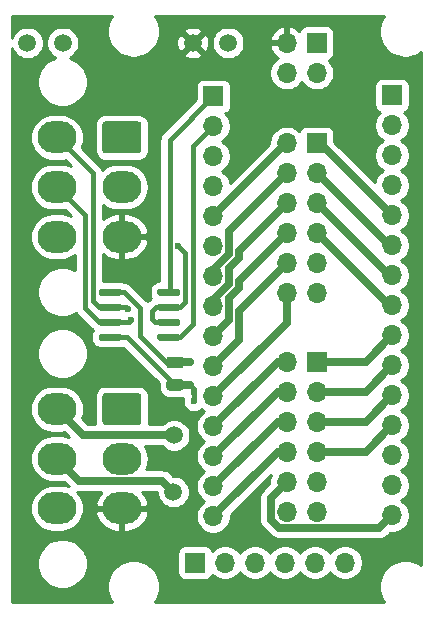
<source format=gbr>
G04 #@! TF.GenerationSoftware,KiCad,Pcbnew,(5.1.9)-1*
G04 #@! TF.CreationDate,2021-11-06T09:49:11-06:00*
G04 #@! TF.ProjectId,ABSIS_Nano,41425349-535f-44e6-916e-6f2e6b696361,1*
G04 #@! TF.SameCoordinates,Original*
G04 #@! TF.FileFunction,Copper,L1,Top*
G04 #@! TF.FilePolarity,Positive*
%FSLAX46Y46*%
G04 Gerber Fmt 4.6, Leading zero omitted, Abs format (unit mm)*
G04 Created by KiCad (PCBNEW (5.1.9)-1) date 2021-11-06 09:49:11*
%MOMM*%
%LPD*%
G01*
G04 APERTURE LIST*
G04 #@! TA.AperFunction,ComponentPad*
%ADD10C,1.500000*%
G04 #@! TD*
G04 #@! TA.AperFunction,ComponentPad*
%ADD11R,1.700000X1.700000*%
G04 #@! TD*
G04 #@! TA.AperFunction,ComponentPad*
%ADD12O,1.700000X1.700000*%
G04 #@! TD*
G04 #@! TA.AperFunction,ComponentPad*
%ADD13O,3.300000X2.700000*%
G04 #@! TD*
G04 #@! TA.AperFunction,ViaPad*
%ADD14C,0.600000*%
G04 #@! TD*
G04 #@! TA.AperFunction,Conductor*
%ADD15C,0.457200*%
G04 #@! TD*
G04 #@! TA.AperFunction,Conductor*
%ADD16C,0.635000*%
G04 #@! TD*
G04 #@! TA.AperFunction,Conductor*
%ADD17C,0.254000*%
G04 #@! TD*
G04 #@! TA.AperFunction,Conductor*
%ADD18C,0.100000*%
G04 #@! TD*
G04 APERTURE END LIST*
G04 #@! TA.AperFunction,SMDPad,CuDef*
G36*
G01*
X131810000Y-91565000D02*
X131810000Y-91865000D01*
G75*
G02*
X131660000Y-92015000I-150000J0D01*
G01*
X130010000Y-92015000D01*
G75*
G02*
X129860000Y-91865000I0J150000D01*
G01*
X129860000Y-91565000D01*
G75*
G02*
X130010000Y-91415000I150000J0D01*
G01*
X131660000Y-91415000D01*
G75*
G02*
X131810000Y-91565000I0J-150000D01*
G01*
G37*
G04 #@! TD.AperFunction*
G04 #@! TA.AperFunction,SMDPad,CuDef*
G36*
G01*
X131810000Y-90295000D02*
X131810000Y-90595000D01*
G75*
G02*
X131660000Y-90745000I-150000J0D01*
G01*
X130010000Y-90745000D01*
G75*
G02*
X129860000Y-90595000I0J150000D01*
G01*
X129860000Y-90295000D01*
G75*
G02*
X130010000Y-90145000I150000J0D01*
G01*
X131660000Y-90145000D01*
G75*
G02*
X131810000Y-90295000I0J-150000D01*
G01*
G37*
G04 #@! TD.AperFunction*
G04 #@! TA.AperFunction,SMDPad,CuDef*
G36*
G01*
X131810000Y-89025000D02*
X131810000Y-89325000D01*
G75*
G02*
X131660000Y-89475000I-150000J0D01*
G01*
X130010000Y-89475000D01*
G75*
G02*
X129860000Y-89325000I0J150000D01*
G01*
X129860000Y-89025000D01*
G75*
G02*
X130010000Y-88875000I150000J0D01*
G01*
X131660000Y-88875000D01*
G75*
G02*
X131810000Y-89025000I0J-150000D01*
G01*
G37*
G04 #@! TD.AperFunction*
G04 #@! TA.AperFunction,SMDPad,CuDef*
G36*
G01*
X131810000Y-87755000D02*
X131810000Y-88055000D01*
G75*
G02*
X131660000Y-88205000I-150000J0D01*
G01*
X130010000Y-88205000D01*
G75*
G02*
X129860000Y-88055000I0J150000D01*
G01*
X129860000Y-87755000D01*
G75*
G02*
X130010000Y-87605000I150000J0D01*
G01*
X131660000Y-87605000D01*
G75*
G02*
X131810000Y-87755000I0J-150000D01*
G01*
G37*
G04 #@! TD.AperFunction*
G04 #@! TA.AperFunction,SMDPad,CuDef*
G36*
G01*
X136760000Y-87755000D02*
X136760000Y-88055000D01*
G75*
G02*
X136610000Y-88205000I-150000J0D01*
G01*
X134960000Y-88205000D01*
G75*
G02*
X134810000Y-88055000I0J150000D01*
G01*
X134810000Y-87755000D01*
G75*
G02*
X134960000Y-87605000I150000J0D01*
G01*
X136610000Y-87605000D01*
G75*
G02*
X136760000Y-87755000I0J-150000D01*
G01*
G37*
G04 #@! TD.AperFunction*
G04 #@! TA.AperFunction,SMDPad,CuDef*
G36*
G01*
X136760000Y-89025000D02*
X136760000Y-89325000D01*
G75*
G02*
X136610000Y-89475000I-150000J0D01*
G01*
X134960000Y-89475000D01*
G75*
G02*
X134810000Y-89325000I0J150000D01*
G01*
X134810000Y-89025000D01*
G75*
G02*
X134960000Y-88875000I150000J0D01*
G01*
X136610000Y-88875000D01*
G75*
G02*
X136760000Y-89025000I0J-150000D01*
G01*
G37*
G04 #@! TD.AperFunction*
G04 #@! TA.AperFunction,SMDPad,CuDef*
G36*
G01*
X136760000Y-90295000D02*
X136760000Y-90595000D01*
G75*
G02*
X136610000Y-90745000I-150000J0D01*
G01*
X134960000Y-90745000D01*
G75*
G02*
X134810000Y-90595000I0J150000D01*
G01*
X134810000Y-90295000D01*
G75*
G02*
X134960000Y-90145000I150000J0D01*
G01*
X136610000Y-90145000D01*
G75*
G02*
X136760000Y-90295000I0J-150000D01*
G01*
G37*
G04 #@! TD.AperFunction*
G04 #@! TA.AperFunction,SMDPad,CuDef*
G36*
G01*
X136760000Y-91565000D02*
X136760000Y-91865000D01*
G75*
G02*
X136610000Y-92015000I-150000J0D01*
G01*
X134960000Y-92015000D01*
G75*
G02*
X134810000Y-91865000I0J150000D01*
G01*
X134810000Y-91565000D01*
G75*
G02*
X134960000Y-91415000I150000J0D01*
G01*
X136610000Y-91415000D01*
G75*
G02*
X136760000Y-91565000I0J-150000D01*
G01*
G37*
G04 #@! TD.AperFunction*
D10*
X136182100Y-104825800D03*
X136232900Y-100025200D03*
X126810000Y-66810000D03*
X137810000Y-66810000D03*
X123810000Y-66810000D03*
X140810000Y-66810000D03*
D11*
X148310000Y-66810000D03*
D12*
X145770000Y-66810000D03*
X148310000Y-69350000D03*
X145770000Y-69350000D03*
D13*
X126310000Y-106210000D03*
X126310000Y-102010000D03*
X126310000Y-97810000D03*
X131810000Y-106210000D03*
X131810000Y-102010000D03*
G04 #@! TA.AperFunction,ComponentPad*
G36*
G01*
X130410001Y-96460000D02*
X133209999Y-96460000D01*
G75*
G02*
X133460000Y-96710001I0J-250001D01*
G01*
X133460000Y-98909999D01*
G75*
G02*
X133209999Y-99160000I-250001J0D01*
G01*
X130410001Y-99160000D01*
G75*
G02*
X130160000Y-98909999I0J250001D01*
G01*
X130160000Y-96710001D01*
G75*
G02*
X130410001Y-96460000I250001J0D01*
G01*
G37*
G04 #@! TD.AperFunction*
X126310000Y-83210000D03*
X126310000Y-79010000D03*
X126310000Y-74810000D03*
X131810000Y-83210000D03*
X131810000Y-79010000D03*
G04 #@! TA.AperFunction,ComponentPad*
G36*
G01*
X130410001Y-73460000D02*
X133209999Y-73460000D01*
G75*
G02*
X133460000Y-73710001I0J-250001D01*
G01*
X133460000Y-75909999D01*
G75*
G02*
X133209999Y-76160000I-250001J0D01*
G01*
X130410001Y-76160000D01*
G75*
G02*
X130160000Y-75909999I0J250001D01*
G01*
X130160000Y-73710001D01*
G75*
G02*
X130410001Y-73460000I250001J0D01*
G01*
G37*
G04 #@! TD.AperFunction*
G04 #@! TA.AperFunction,SMDPad,CuDef*
G36*
G01*
X136785000Y-94360000D02*
X135835000Y-94360000D01*
G75*
G02*
X135585000Y-94110000I0J250000D01*
G01*
X135585000Y-93610000D01*
G75*
G02*
X135835000Y-93360000I250000J0D01*
G01*
X136785000Y-93360000D01*
G75*
G02*
X137035000Y-93610000I0J-250000D01*
G01*
X137035000Y-94110000D01*
G75*
G02*
X136785000Y-94360000I-250000J0D01*
G01*
G37*
G04 #@! TD.AperFunction*
G04 #@! TA.AperFunction,SMDPad,CuDef*
G36*
G01*
X136785000Y-96260000D02*
X135835000Y-96260000D01*
G75*
G02*
X135585000Y-96010000I0J250000D01*
G01*
X135585000Y-95510000D01*
G75*
G02*
X135835000Y-95260000I250000J0D01*
G01*
X136785000Y-95260000D01*
G75*
G02*
X137035000Y-95510000I0J-250000D01*
G01*
X137035000Y-96010000D01*
G75*
G02*
X136785000Y-96260000I-250000J0D01*
G01*
G37*
G04 #@! TD.AperFunction*
D12*
X150710000Y-110810000D03*
X148170000Y-110810000D03*
X145630000Y-110810000D03*
X143090000Y-110810000D03*
X140550000Y-110810000D03*
D11*
X138010000Y-110810000D03*
D12*
X145770000Y-106510000D03*
X148310000Y-106510000D03*
X145770000Y-103970000D03*
X148310000Y-103970000D03*
X145770000Y-101430000D03*
X148310000Y-101430000D03*
X145770000Y-98890000D03*
X148310000Y-98890000D03*
X145770000Y-96350000D03*
X148310000Y-96350000D03*
X145770000Y-93810000D03*
D11*
X148310000Y-93810000D03*
D12*
X145770000Y-88010000D03*
X148310000Y-88010000D03*
X145770000Y-85470000D03*
X148310000Y-85470000D03*
X145770000Y-82930000D03*
X148310000Y-82930000D03*
X145770000Y-80390000D03*
X148310000Y-80390000D03*
X145770000Y-77850000D03*
X148310000Y-77850000D03*
X145770000Y-75310000D03*
D11*
X148310000Y-75310000D03*
D12*
X139547600Y-106883200D03*
X139547600Y-104343200D03*
X139547600Y-101803200D03*
X139547600Y-99263200D03*
X139547600Y-96723200D03*
X139547600Y-94183200D03*
X139547600Y-91643200D03*
X139547600Y-89103200D03*
X139547600Y-86563200D03*
X139547600Y-84023200D03*
X139547600Y-81483200D03*
X139547600Y-78943200D03*
X139547600Y-76403200D03*
X139547600Y-73863200D03*
D11*
X139547600Y-71323200D03*
D12*
X154686000Y-106807000D03*
X154686000Y-104267000D03*
X154686000Y-101727000D03*
X154686000Y-99187000D03*
X154686000Y-96647000D03*
X154686000Y-94107000D03*
X154686000Y-91567000D03*
X154686000Y-89027000D03*
X154686000Y-86487000D03*
X154686000Y-83947000D03*
X154686000Y-81407000D03*
X154686000Y-78867000D03*
X154686000Y-76327000D03*
X154686000Y-73787000D03*
D11*
X154686000Y-71247000D03*
D14*
X137541000Y-93853000D03*
X136580510Y-84023200D03*
X137541000Y-95758000D03*
X137896000Y-97154000D03*
X137896000Y-96392000D03*
X132310000Y-89310000D03*
X132581390Y-90310000D03*
D15*
X135851900Y-75018900D02*
X139547600Y-71323200D01*
X135851900Y-87838100D02*
X135851900Y-75018900D01*
X135785000Y-87905000D02*
X135851900Y-87838100D01*
X137845821Y-90629179D02*
X137845821Y-75564979D01*
X136760000Y-91715000D02*
X137845821Y-90629179D01*
X135785000Y-91715000D02*
X136760000Y-91715000D01*
X137845821Y-75564979D02*
X139547600Y-73863200D01*
X130335000Y-87905000D02*
X131310000Y-87905000D01*
X135585000Y-93860000D02*
X136310000Y-93860000D01*
X133310000Y-91585000D02*
X135585000Y-93860000D01*
X131983332Y-87905000D02*
X133310000Y-89231668D01*
X133310000Y-89231668D02*
X133310000Y-91585000D01*
X130835000Y-87905000D02*
X131983332Y-87905000D01*
D16*
X137534000Y-93860000D02*
X137541000Y-93853000D01*
X136310000Y-93860000D02*
X137534000Y-93860000D01*
X139547600Y-81483200D02*
X139547600Y-80967102D01*
X145720800Y-75310000D02*
X145770000Y-75310000D01*
X139547600Y-81483200D02*
X145720800Y-75310000D01*
D15*
X134378700Y-90182700D02*
X134641000Y-90445000D01*
X134641000Y-90445000D02*
X135785000Y-90445000D01*
X134713300Y-89175000D02*
X134378700Y-89509600D01*
X134378700Y-89509600D02*
X134378700Y-90182700D01*
X135785000Y-89175000D02*
X134713300Y-89175000D01*
X135785000Y-89175000D02*
X136760000Y-89175000D01*
X137188610Y-84631300D02*
X136580510Y-84023200D01*
X136760000Y-89175000D02*
X137188610Y-88746390D01*
X137188610Y-88746390D02*
X137188610Y-84631300D01*
D16*
X140915101Y-82704899D02*
X145770000Y-77850000D01*
X139547600Y-86047102D02*
X140915101Y-84679601D01*
X140915101Y-84679601D02*
X140915101Y-82704899D01*
X139547600Y-86563200D02*
X139547600Y-86047102D01*
X139547600Y-89103200D02*
X139547600Y-88587102D01*
X141750112Y-84409888D02*
X145770000Y-80390000D01*
X139547600Y-88587102D02*
X140915101Y-87219601D01*
X140915101Y-87219601D02*
X140915101Y-85860483D01*
X140915101Y-85860483D02*
X141750112Y-85025473D01*
X141750112Y-85025473D02*
X141750112Y-84409888D01*
X140915101Y-90275699D02*
X140915101Y-88400483D01*
X140915101Y-88400483D02*
X141750112Y-87565473D01*
X141750112Y-87565473D02*
X141750112Y-86949888D01*
X139547600Y-91643200D02*
X140915101Y-90275699D01*
X141750112Y-86949888D02*
X145770000Y-82930000D01*
X139547600Y-94183200D02*
X141750112Y-91980688D01*
X141750112Y-91980688D02*
X141750112Y-89489888D01*
X141750112Y-89489888D02*
X145770000Y-85470000D01*
X145770000Y-90500800D02*
X145770000Y-88010000D01*
X139547600Y-96723200D02*
X145770000Y-90500800D01*
X145000800Y-93810000D02*
X145770000Y-93810000D01*
X139547600Y-99263200D02*
X145000800Y-93810000D01*
X145000800Y-96350000D02*
X145770000Y-96350000D01*
X139547600Y-101803200D02*
X145000800Y-96350000D01*
D15*
X132265000Y-91715000D02*
X136310000Y-95760000D01*
X132265000Y-91715000D02*
X130835000Y-91715000D01*
D16*
X137539000Y-95760000D02*
X137541000Y-95758000D01*
X136310000Y-95760000D02*
X137539000Y-95760000D01*
D15*
X137541000Y-95758000D02*
X137896000Y-96113000D01*
X137896000Y-96113000D02*
X137896000Y-96392000D01*
X137896000Y-96392000D02*
X137896000Y-97154000D01*
D16*
X148589000Y-75310000D02*
X154686000Y-81407000D01*
X148310000Y-75310000D02*
X148589000Y-75310000D01*
X154407000Y-83947000D02*
X154686000Y-83947000D01*
X148310000Y-77850000D02*
X154407000Y-83947000D01*
X154407000Y-86487000D02*
X154686000Y-86487000D01*
X148310000Y-80390000D02*
X154407000Y-86487000D01*
X154407000Y-89027000D02*
X154686000Y-89027000D01*
X148310000Y-82930000D02*
X154407000Y-89027000D01*
X152443000Y-93810000D02*
X154686000Y-91567000D01*
X148310000Y-93810000D02*
X152443000Y-93810000D01*
X152443000Y-96350000D02*
X154686000Y-94107000D01*
X148310000Y-96350000D02*
X152443000Y-96350000D01*
X152443000Y-98890000D02*
X154686000Y-96647000D01*
X148310000Y-98890000D02*
X152443000Y-98890000D01*
X152443000Y-101430000D02*
X154686000Y-99187000D01*
X148310000Y-101430000D02*
X152443000Y-101430000D01*
X145113599Y-107877501D02*
X153615499Y-107877501D01*
X144402499Y-107166401D02*
X145113599Y-107877501D01*
X153615499Y-107877501D02*
X154686000Y-106807000D01*
X144402499Y-105337501D02*
X144402499Y-107166401D01*
X145770000Y-103970000D02*
X144402499Y-105337501D01*
X145000800Y-98890000D02*
X145770000Y-98890000D01*
X139547600Y-104343200D02*
X145000800Y-98890000D01*
X145000800Y-101430000D02*
X145770000Y-101430000D01*
X139547600Y-106883200D02*
X145000800Y-101430000D01*
D15*
X129355812Y-88670812D02*
X129860000Y-89175000D01*
X126310000Y-74810000D02*
X129355812Y-77855812D01*
X129355812Y-77855812D02*
X129355812Y-88670812D01*
X129860000Y-89175000D02*
X130835000Y-89175000D01*
X132175000Y-89175000D02*
X132310000Y-89310000D01*
X130835000Y-89175000D02*
X132175000Y-89175000D01*
D16*
X128525200Y-100025200D02*
X136232900Y-100025200D01*
X126310000Y-97810000D02*
X128525200Y-100025200D01*
D15*
X128698601Y-89283601D02*
X128698601Y-81398601D01*
X129860000Y-90445000D02*
X128698601Y-89283601D01*
X130835000Y-90445000D02*
X129860000Y-90445000D01*
X128698601Y-81398601D02*
X126310000Y-79010000D01*
X130835000Y-90445000D02*
X132446390Y-90445000D01*
X132446390Y-90445000D02*
X132581390Y-90310000D01*
D16*
X135233810Y-103877510D02*
X136182100Y-104825800D01*
X128177510Y-103877510D02*
X135233810Y-103877510D01*
X126310000Y-102010000D02*
X128177510Y-103877510D01*
D17*
X130829369Y-64751331D02*
X130660890Y-65158075D01*
X130575000Y-65589872D01*
X130575000Y-66030128D01*
X130660890Y-66461925D01*
X130829369Y-66868669D01*
X131073962Y-67234729D01*
X131385271Y-67546038D01*
X131751331Y-67790631D01*
X132158075Y-67959110D01*
X132589872Y-68045000D01*
X133030128Y-68045000D01*
X133461925Y-67959110D01*
X133868669Y-67790631D01*
X133904045Y-67766993D01*
X137032612Y-67766993D01*
X137098137Y-68005860D01*
X137345116Y-68121760D01*
X137609960Y-68187250D01*
X137882492Y-68199812D01*
X138152238Y-68158965D01*
X138408832Y-68066277D01*
X138521863Y-68005860D01*
X138587388Y-67766993D01*
X137810000Y-66989605D01*
X137032612Y-67766993D01*
X133904045Y-67766993D01*
X134234729Y-67546038D01*
X134546038Y-67234729D01*
X134781394Y-66882492D01*
X136420188Y-66882492D01*
X136461035Y-67152238D01*
X136553723Y-67408832D01*
X136614140Y-67521863D01*
X136853007Y-67587388D01*
X137630395Y-66810000D01*
X137989605Y-66810000D01*
X138766993Y-67587388D01*
X139005860Y-67521863D01*
X139121760Y-67274884D01*
X139187250Y-67010040D01*
X139199812Y-66737508D01*
X139190133Y-66673589D01*
X139425000Y-66673589D01*
X139425000Y-66946411D01*
X139478225Y-67213989D01*
X139582629Y-67466043D01*
X139734201Y-67692886D01*
X139927114Y-67885799D01*
X140153957Y-68037371D01*
X140406011Y-68141775D01*
X140673589Y-68195000D01*
X140946411Y-68195000D01*
X141213989Y-68141775D01*
X141466043Y-68037371D01*
X141692886Y-67885799D01*
X141885799Y-67692886D01*
X142037371Y-67466043D01*
X142141775Y-67213989D01*
X142195000Y-66946411D01*
X142195000Y-66673589D01*
X142151144Y-66453110D01*
X144328524Y-66453110D01*
X144449845Y-66683000D01*
X145643000Y-66683000D01*
X145643000Y-65489186D01*
X145413109Y-65368519D01*
X145138748Y-65465843D01*
X144888645Y-65614822D01*
X144672412Y-65809731D01*
X144498359Y-66043080D01*
X144373175Y-66305901D01*
X144328524Y-66453110D01*
X142151144Y-66453110D01*
X142141775Y-66406011D01*
X142037371Y-66153957D01*
X141885799Y-65927114D01*
X141692886Y-65734201D01*
X141466043Y-65582629D01*
X141213989Y-65478225D01*
X140946411Y-65425000D01*
X140673589Y-65425000D01*
X140406011Y-65478225D01*
X140153957Y-65582629D01*
X139927114Y-65734201D01*
X139734201Y-65927114D01*
X139582629Y-66153957D01*
X139478225Y-66406011D01*
X139425000Y-66673589D01*
X139190133Y-66673589D01*
X139158965Y-66467762D01*
X139066277Y-66211168D01*
X139005860Y-66098137D01*
X138766993Y-66032612D01*
X137989605Y-66810000D01*
X137630395Y-66810000D01*
X136853007Y-66032612D01*
X136614140Y-66098137D01*
X136498240Y-66345116D01*
X136432750Y-66609960D01*
X136420188Y-66882492D01*
X134781394Y-66882492D01*
X134790631Y-66868669D01*
X134959110Y-66461925D01*
X135045000Y-66030128D01*
X135045000Y-65853007D01*
X137032612Y-65853007D01*
X137810000Y-66630395D01*
X138587388Y-65853007D01*
X138521863Y-65614140D01*
X138274884Y-65498240D01*
X138010040Y-65432750D01*
X137737508Y-65420188D01*
X137467762Y-65461035D01*
X137211168Y-65553723D01*
X137098137Y-65614140D01*
X137032612Y-65853007D01*
X135045000Y-65853007D01*
X135045000Y-65589872D01*
X134959110Y-65158075D01*
X134790631Y-64751331D01*
X134619356Y-64495000D01*
X154000644Y-64495000D01*
X153829369Y-64751331D01*
X153660890Y-65158075D01*
X153575000Y-65589872D01*
X153575000Y-66030128D01*
X153660890Y-66461925D01*
X153829369Y-66868669D01*
X154073962Y-67234729D01*
X154385271Y-67546038D01*
X154751331Y-67790631D01*
X155158075Y-67959110D01*
X155589872Y-68045000D01*
X156030128Y-68045000D01*
X156461925Y-67959110D01*
X156868669Y-67790631D01*
X157125001Y-67619356D01*
X157125000Y-111000644D01*
X156868669Y-110829369D01*
X156461925Y-110660890D01*
X156030128Y-110575000D01*
X155589872Y-110575000D01*
X155158075Y-110660890D01*
X154751331Y-110829369D01*
X154385271Y-111073962D01*
X154073962Y-111385271D01*
X153829369Y-111751331D01*
X153660890Y-112158075D01*
X153575000Y-112589872D01*
X153575000Y-113030128D01*
X153660890Y-113461925D01*
X153829369Y-113868669D01*
X154000644Y-114125000D01*
X134619356Y-114125000D01*
X134790631Y-113868669D01*
X134959110Y-113461925D01*
X135045000Y-113030128D01*
X135045000Y-112589872D01*
X134959110Y-112158075D01*
X134790631Y-111751331D01*
X134546038Y-111385271D01*
X134234729Y-111073962D01*
X133868669Y-110829369D01*
X133461925Y-110660890D01*
X133030128Y-110575000D01*
X132589872Y-110575000D01*
X132158075Y-110660890D01*
X131751331Y-110829369D01*
X131385271Y-111073962D01*
X131073962Y-111385271D01*
X130829369Y-111751331D01*
X130660890Y-112158075D01*
X130575000Y-112589872D01*
X130575000Y-113030128D01*
X130660890Y-113461925D01*
X130829369Y-113868669D01*
X131000644Y-114125000D01*
X122495000Y-114125000D01*
X122495000Y-110699721D01*
X124635000Y-110699721D01*
X124635000Y-111120279D01*
X124717047Y-111532756D01*
X124877988Y-111921302D01*
X125111637Y-112270983D01*
X125409017Y-112568363D01*
X125758698Y-112802012D01*
X126147244Y-112962953D01*
X126559721Y-113045000D01*
X126980279Y-113045000D01*
X127392756Y-112962953D01*
X127781302Y-112802012D01*
X128130983Y-112568363D01*
X128428363Y-112270983D01*
X128662012Y-111921302D01*
X128822953Y-111532756D01*
X128905000Y-111120279D01*
X128905000Y-110699721D01*
X128822953Y-110287244D01*
X128687405Y-109960000D01*
X136521928Y-109960000D01*
X136521928Y-111660000D01*
X136534188Y-111784482D01*
X136570498Y-111904180D01*
X136629463Y-112014494D01*
X136708815Y-112111185D01*
X136805506Y-112190537D01*
X136915820Y-112249502D01*
X137035518Y-112285812D01*
X137160000Y-112298072D01*
X138860000Y-112298072D01*
X138984482Y-112285812D01*
X139104180Y-112249502D01*
X139214494Y-112190537D01*
X139311185Y-112111185D01*
X139390537Y-112014494D01*
X139449502Y-111904180D01*
X139471513Y-111831620D01*
X139603368Y-111963475D01*
X139846589Y-112125990D01*
X140116842Y-112237932D01*
X140403740Y-112295000D01*
X140696260Y-112295000D01*
X140983158Y-112237932D01*
X141253411Y-112125990D01*
X141496632Y-111963475D01*
X141703475Y-111756632D01*
X141820000Y-111582240D01*
X141936525Y-111756632D01*
X142143368Y-111963475D01*
X142386589Y-112125990D01*
X142656842Y-112237932D01*
X142943740Y-112295000D01*
X143236260Y-112295000D01*
X143523158Y-112237932D01*
X143793411Y-112125990D01*
X144036632Y-111963475D01*
X144243475Y-111756632D01*
X144360000Y-111582240D01*
X144476525Y-111756632D01*
X144683368Y-111963475D01*
X144926589Y-112125990D01*
X145196842Y-112237932D01*
X145483740Y-112295000D01*
X145776260Y-112295000D01*
X146063158Y-112237932D01*
X146333411Y-112125990D01*
X146576632Y-111963475D01*
X146783475Y-111756632D01*
X146900000Y-111582240D01*
X147016525Y-111756632D01*
X147223368Y-111963475D01*
X147466589Y-112125990D01*
X147736842Y-112237932D01*
X148023740Y-112295000D01*
X148316260Y-112295000D01*
X148603158Y-112237932D01*
X148873411Y-112125990D01*
X149116632Y-111963475D01*
X149323475Y-111756632D01*
X149440000Y-111582240D01*
X149556525Y-111756632D01*
X149763368Y-111963475D01*
X150006589Y-112125990D01*
X150276842Y-112237932D01*
X150563740Y-112295000D01*
X150856260Y-112295000D01*
X151143158Y-112237932D01*
X151413411Y-112125990D01*
X151656632Y-111963475D01*
X151863475Y-111756632D01*
X152025990Y-111513411D01*
X152137932Y-111243158D01*
X152195000Y-110956260D01*
X152195000Y-110663740D01*
X152137932Y-110376842D01*
X152025990Y-110106589D01*
X151863475Y-109863368D01*
X151656632Y-109656525D01*
X151413411Y-109494010D01*
X151143158Y-109382068D01*
X150856260Y-109325000D01*
X150563740Y-109325000D01*
X150276842Y-109382068D01*
X150006589Y-109494010D01*
X149763368Y-109656525D01*
X149556525Y-109863368D01*
X149440000Y-110037760D01*
X149323475Y-109863368D01*
X149116632Y-109656525D01*
X148873411Y-109494010D01*
X148603158Y-109382068D01*
X148316260Y-109325000D01*
X148023740Y-109325000D01*
X147736842Y-109382068D01*
X147466589Y-109494010D01*
X147223368Y-109656525D01*
X147016525Y-109863368D01*
X146900000Y-110037760D01*
X146783475Y-109863368D01*
X146576632Y-109656525D01*
X146333411Y-109494010D01*
X146063158Y-109382068D01*
X145776260Y-109325000D01*
X145483740Y-109325000D01*
X145196842Y-109382068D01*
X144926589Y-109494010D01*
X144683368Y-109656525D01*
X144476525Y-109863368D01*
X144360000Y-110037760D01*
X144243475Y-109863368D01*
X144036632Y-109656525D01*
X143793411Y-109494010D01*
X143523158Y-109382068D01*
X143236260Y-109325000D01*
X142943740Y-109325000D01*
X142656842Y-109382068D01*
X142386589Y-109494010D01*
X142143368Y-109656525D01*
X141936525Y-109863368D01*
X141820000Y-110037760D01*
X141703475Y-109863368D01*
X141496632Y-109656525D01*
X141253411Y-109494010D01*
X140983158Y-109382068D01*
X140696260Y-109325000D01*
X140403740Y-109325000D01*
X140116842Y-109382068D01*
X139846589Y-109494010D01*
X139603368Y-109656525D01*
X139471513Y-109788380D01*
X139449502Y-109715820D01*
X139390537Y-109605506D01*
X139311185Y-109508815D01*
X139214494Y-109429463D01*
X139104180Y-109370498D01*
X138984482Y-109334188D01*
X138860000Y-109321928D01*
X137160000Y-109321928D01*
X137035518Y-109334188D01*
X136915820Y-109370498D01*
X136805506Y-109429463D01*
X136708815Y-109508815D01*
X136629463Y-109605506D01*
X136570498Y-109715820D01*
X136534188Y-109835518D01*
X136521928Y-109960000D01*
X128687405Y-109960000D01*
X128662012Y-109898698D01*
X128428363Y-109549017D01*
X128130983Y-109251637D01*
X127781302Y-109017988D01*
X127392756Y-108857047D01*
X126980279Y-108775000D01*
X126559721Y-108775000D01*
X126147244Y-108857047D01*
X125758698Y-109017988D01*
X125409017Y-109251637D01*
X125111637Y-109549017D01*
X124877988Y-109898698D01*
X124717047Y-110287244D01*
X124635000Y-110699721D01*
X122495000Y-110699721D01*
X122495000Y-97810000D01*
X124015396Y-97810000D01*
X124053722Y-98199128D01*
X124167226Y-98573302D01*
X124351547Y-98918143D01*
X124599602Y-99220398D01*
X124901857Y-99468453D01*
X125246698Y-99652774D01*
X125620872Y-99766278D01*
X125912490Y-99795000D01*
X126707510Y-99795000D01*
X126926402Y-99773441D01*
X127297059Y-100144098D01*
X126999128Y-100053722D01*
X126707510Y-100025000D01*
X125912490Y-100025000D01*
X125620872Y-100053722D01*
X125246698Y-100167226D01*
X124901857Y-100351547D01*
X124599602Y-100599602D01*
X124351547Y-100901857D01*
X124167226Y-101246698D01*
X124053722Y-101620872D01*
X124015396Y-102010000D01*
X124053722Y-102399128D01*
X124167226Y-102773302D01*
X124351547Y-103118143D01*
X124599602Y-103420398D01*
X124901857Y-103668453D01*
X125246698Y-103852774D01*
X125620872Y-103966278D01*
X125912490Y-103995000D01*
X126707510Y-103995000D01*
X126926402Y-103973441D01*
X127297059Y-104344098D01*
X126999128Y-104253722D01*
X126707510Y-104225000D01*
X125912490Y-104225000D01*
X125620872Y-104253722D01*
X125246698Y-104367226D01*
X124901857Y-104551547D01*
X124599602Y-104799602D01*
X124351547Y-105101857D01*
X124167226Y-105446698D01*
X124053722Y-105820872D01*
X124015396Y-106210000D01*
X124053722Y-106599128D01*
X124167226Y-106973302D01*
X124351547Y-107318143D01*
X124599602Y-107620398D01*
X124901857Y-107868453D01*
X125246698Y-108052774D01*
X125620872Y-108166278D01*
X125912490Y-108195000D01*
X126707510Y-108195000D01*
X126999128Y-108166278D01*
X127373302Y-108052774D01*
X127718143Y-107868453D01*
X128020398Y-107620398D01*
X128268453Y-107318143D01*
X128452774Y-106973302D01*
X128552264Y-106645323D01*
X129573323Y-106645323D01*
X129627499Y-106852295D01*
X129788976Y-107207211D01*
X130016591Y-107523805D01*
X130301597Y-107789910D01*
X130633041Y-107995300D01*
X130998186Y-108132082D01*
X131383000Y-108195000D01*
X131683000Y-108195000D01*
X131683000Y-106337000D01*
X131937000Y-106337000D01*
X131937000Y-108195000D01*
X132237000Y-108195000D01*
X132621814Y-108132082D01*
X132986959Y-107995300D01*
X133318403Y-107789910D01*
X133603409Y-107523805D01*
X133831024Y-107207211D01*
X133992501Y-106852295D01*
X134046677Y-106645323D01*
X133931829Y-106337000D01*
X131937000Y-106337000D01*
X131683000Y-106337000D01*
X129688171Y-106337000D01*
X129573323Y-106645323D01*
X128552264Y-106645323D01*
X128566278Y-106599128D01*
X128604604Y-106210000D01*
X128566278Y-105820872D01*
X128452774Y-105446698D01*
X128268453Y-105101857D01*
X128037846Y-104820862D01*
X128177510Y-104834618D01*
X128224295Y-104830010D01*
X130087477Y-104830010D01*
X130016591Y-104896195D01*
X129788976Y-105212789D01*
X129627499Y-105567705D01*
X129573323Y-105774677D01*
X129688171Y-106083000D01*
X131683000Y-106083000D01*
X131683000Y-106063000D01*
X131937000Y-106063000D01*
X131937000Y-106083000D01*
X133931829Y-106083000D01*
X134046677Y-105774677D01*
X133992501Y-105567705D01*
X133831024Y-105212789D01*
X133603409Y-104896195D01*
X133532523Y-104830010D01*
X134797100Y-104830010D01*
X134797100Y-104962211D01*
X134850325Y-105229789D01*
X134954729Y-105481843D01*
X135106301Y-105708686D01*
X135299214Y-105901599D01*
X135526057Y-106053171D01*
X135778111Y-106157575D01*
X136045689Y-106210800D01*
X136318511Y-106210800D01*
X136586089Y-106157575D01*
X136838143Y-106053171D01*
X137064986Y-105901599D01*
X137257899Y-105708686D01*
X137409471Y-105481843D01*
X137513875Y-105229789D01*
X137567100Y-104962211D01*
X137567100Y-104689389D01*
X137513875Y-104421811D01*
X137409471Y-104169757D01*
X137257899Y-103942914D01*
X137064986Y-103750001D01*
X136838143Y-103598429D01*
X136586089Y-103494025D01*
X136318511Y-103440800D01*
X136144138Y-103440800D01*
X135940417Y-103237079D01*
X135910588Y-103200732D01*
X135765551Y-103081704D01*
X135600079Y-102993258D01*
X135420533Y-102938793D01*
X135280595Y-102925010D01*
X135233810Y-102920402D01*
X135187025Y-102925010D01*
X133871685Y-102925010D01*
X133952774Y-102773302D01*
X134066278Y-102399128D01*
X134104604Y-102010000D01*
X134066278Y-101620872D01*
X133952774Y-101246698D01*
X133808992Y-100977700D01*
X135226715Y-100977700D01*
X135350014Y-101100999D01*
X135576857Y-101252571D01*
X135828911Y-101356975D01*
X136096489Y-101410200D01*
X136369311Y-101410200D01*
X136636889Y-101356975D01*
X136888943Y-101252571D01*
X137115786Y-101100999D01*
X137308699Y-100908086D01*
X137460271Y-100681243D01*
X137564675Y-100429189D01*
X137617900Y-100161611D01*
X137617900Y-99888789D01*
X137564675Y-99621211D01*
X137460271Y-99369157D01*
X137308699Y-99142314D01*
X137115786Y-98949401D01*
X136888943Y-98797829D01*
X136636889Y-98693425D01*
X136369311Y-98640200D01*
X136096489Y-98640200D01*
X135828911Y-98693425D01*
X135576857Y-98797829D01*
X135350014Y-98949401D01*
X135226715Y-99072700D01*
X134082047Y-99072700D01*
X134098072Y-98909999D01*
X134098072Y-96710001D01*
X134081008Y-96536747D01*
X134030471Y-96370150D01*
X133948405Y-96216614D01*
X133837961Y-96082039D01*
X133703386Y-95971595D01*
X133549850Y-95889529D01*
X133383253Y-95838992D01*
X133209999Y-95821928D01*
X130410001Y-95821928D01*
X130236747Y-95838992D01*
X130070150Y-95889529D01*
X129916614Y-95971595D01*
X129782039Y-96082039D01*
X129671595Y-96216614D01*
X129589529Y-96370150D01*
X129538992Y-96536747D01*
X129521928Y-96710001D01*
X129521928Y-98909999D01*
X129537953Y-99072700D01*
X128919739Y-99072700D01*
X128441477Y-98594438D01*
X128452774Y-98573302D01*
X128566278Y-98199128D01*
X128604604Y-97810000D01*
X128566278Y-97420872D01*
X128452774Y-97046698D01*
X128268453Y-96701857D01*
X128020398Y-96399602D01*
X127718143Y-96151547D01*
X127373302Y-95967226D01*
X126999128Y-95853722D01*
X126707510Y-95825000D01*
X125912490Y-95825000D01*
X125620872Y-95853722D01*
X125246698Y-95967226D01*
X124901857Y-96151547D01*
X124599602Y-96399602D01*
X124351547Y-96701857D01*
X124167226Y-97046698D01*
X124053722Y-97420872D01*
X124015396Y-97810000D01*
X122495000Y-97810000D01*
X122495000Y-92899721D01*
X124635000Y-92899721D01*
X124635000Y-93320279D01*
X124717047Y-93732756D01*
X124877988Y-94121302D01*
X125111637Y-94470983D01*
X125409017Y-94768363D01*
X125758698Y-95002012D01*
X126147244Y-95162953D01*
X126559721Y-95245000D01*
X126980279Y-95245000D01*
X127392756Y-95162953D01*
X127781302Y-95002012D01*
X128130983Y-94768363D01*
X128428363Y-94470983D01*
X128662012Y-94121302D01*
X128822953Y-93732756D01*
X128905000Y-93320279D01*
X128905000Y-92899721D01*
X128822953Y-92487244D01*
X128662012Y-92098698D01*
X128428363Y-91749017D01*
X128130983Y-91451637D01*
X127781302Y-91217988D01*
X127392756Y-91057047D01*
X126980279Y-90975000D01*
X126559721Y-90975000D01*
X126147244Y-91057047D01*
X125758698Y-91217988D01*
X125409017Y-91451637D01*
X125111637Y-91749017D01*
X124877988Y-92098698D01*
X124717047Y-92487244D01*
X124635000Y-92899721D01*
X122495000Y-92899721D01*
X122495000Y-74810000D01*
X124015396Y-74810000D01*
X124053722Y-75199128D01*
X124167226Y-75573302D01*
X124351547Y-75918143D01*
X124599602Y-76220398D01*
X124901857Y-76468453D01*
X125246698Y-76652774D01*
X125620872Y-76766278D01*
X125912490Y-76795000D01*
X126707510Y-76795000D01*
X126999128Y-76766278D01*
X127034296Y-76755610D01*
X127529288Y-77250602D01*
X127373302Y-77167226D01*
X126999128Y-77053722D01*
X126707510Y-77025000D01*
X125912490Y-77025000D01*
X125620872Y-77053722D01*
X125246698Y-77167226D01*
X124901857Y-77351547D01*
X124599602Y-77599602D01*
X124351547Y-77901857D01*
X124167226Y-78246698D01*
X124053722Y-78620872D01*
X124015396Y-79010000D01*
X124053722Y-79399128D01*
X124167226Y-79773302D01*
X124351547Y-80118143D01*
X124599602Y-80420398D01*
X124901857Y-80668453D01*
X125246698Y-80852774D01*
X125620872Y-80966278D01*
X125912490Y-80995000D01*
X126707510Y-80995000D01*
X126999128Y-80966278D01*
X127034296Y-80955610D01*
X127529289Y-81450602D01*
X127373302Y-81367226D01*
X126999128Y-81253722D01*
X126707510Y-81225000D01*
X125912490Y-81225000D01*
X125620872Y-81253722D01*
X125246698Y-81367226D01*
X124901857Y-81551547D01*
X124599602Y-81799602D01*
X124351547Y-82101857D01*
X124167226Y-82446698D01*
X124053722Y-82820872D01*
X124015396Y-83210000D01*
X124053722Y-83599128D01*
X124167226Y-83973302D01*
X124351547Y-84318143D01*
X124599602Y-84620398D01*
X124901857Y-84868453D01*
X125246698Y-85052774D01*
X125620872Y-85166278D01*
X125912490Y-85195000D01*
X126707510Y-85195000D01*
X126999128Y-85166278D01*
X127373302Y-85052774D01*
X127718143Y-84868453D01*
X127835002Y-84772549D01*
X127835001Y-86053869D01*
X127781302Y-86017988D01*
X127392756Y-85857047D01*
X126980279Y-85775000D01*
X126559721Y-85775000D01*
X126147244Y-85857047D01*
X125758698Y-86017988D01*
X125409017Y-86251637D01*
X125111637Y-86549017D01*
X124877988Y-86898698D01*
X124717047Y-87287244D01*
X124635000Y-87699721D01*
X124635000Y-88120279D01*
X124717047Y-88532756D01*
X124877988Y-88921302D01*
X125111637Y-89270983D01*
X125409017Y-89568363D01*
X125758698Y-89802012D01*
X126147244Y-89962953D01*
X126559721Y-90045000D01*
X126980279Y-90045000D01*
X127392756Y-89962953D01*
X127781302Y-89802012D01*
X127939848Y-89696075D01*
X127977070Y-89765712D01*
X128084989Y-89897213D01*
X128117951Y-89924264D01*
X129219345Y-91025660D01*
X129246388Y-91058612D01*
X129347176Y-91141326D01*
X129281916Y-91263418D01*
X129237071Y-91411255D01*
X129221928Y-91565000D01*
X129221928Y-91865000D01*
X129237071Y-92018745D01*
X129281916Y-92166582D01*
X129354742Y-92302829D01*
X129452749Y-92422251D01*
X129572171Y-92520258D01*
X129708418Y-92593084D01*
X129856255Y-92637929D01*
X130010000Y-92653072D01*
X131660000Y-92653072D01*
X131813745Y-92637929D01*
X131931037Y-92602350D01*
X134946928Y-95618242D01*
X134946928Y-96010000D01*
X134963992Y-96183254D01*
X135014528Y-96349850D01*
X135096595Y-96503386D01*
X135207038Y-96637962D01*
X135341614Y-96748405D01*
X135495150Y-96830472D01*
X135661746Y-96881008D01*
X135835000Y-96898072D01*
X136785000Y-96898072D01*
X136958254Y-96881008D01*
X137002615Y-96867551D01*
X136996932Y-96881271D01*
X136961000Y-97061911D01*
X136961000Y-97246089D01*
X136996932Y-97426729D01*
X137067414Y-97596889D01*
X137169738Y-97750028D01*
X137299972Y-97880262D01*
X137453111Y-97982586D01*
X137623271Y-98053068D01*
X137803911Y-98089000D01*
X137988089Y-98089000D01*
X138168729Y-98053068D01*
X138338889Y-97982586D01*
X138492028Y-97880262D01*
X138548292Y-97823999D01*
X138600968Y-97876675D01*
X138775360Y-97993200D01*
X138600968Y-98109725D01*
X138394125Y-98316568D01*
X138231610Y-98559789D01*
X138119668Y-98830042D01*
X138062600Y-99116940D01*
X138062600Y-99409460D01*
X138119668Y-99696358D01*
X138231610Y-99966611D01*
X138394125Y-100209832D01*
X138600968Y-100416675D01*
X138775360Y-100533200D01*
X138600968Y-100649725D01*
X138394125Y-100856568D01*
X138231610Y-101099789D01*
X138119668Y-101370042D01*
X138062600Y-101656940D01*
X138062600Y-101949460D01*
X138119668Y-102236358D01*
X138231610Y-102506611D01*
X138394125Y-102749832D01*
X138600968Y-102956675D01*
X138775360Y-103073200D01*
X138600968Y-103189725D01*
X138394125Y-103396568D01*
X138231610Y-103639789D01*
X138119668Y-103910042D01*
X138062600Y-104196940D01*
X138062600Y-104489460D01*
X138119668Y-104776358D01*
X138231610Y-105046611D01*
X138394125Y-105289832D01*
X138600968Y-105496675D01*
X138775360Y-105613200D01*
X138600968Y-105729725D01*
X138394125Y-105936568D01*
X138231610Y-106179789D01*
X138119668Y-106450042D01*
X138062600Y-106736940D01*
X138062600Y-107029460D01*
X138119668Y-107316358D01*
X138231610Y-107586611D01*
X138394125Y-107829832D01*
X138600968Y-108036675D01*
X138844189Y-108199190D01*
X139114442Y-108311132D01*
X139401340Y-108368200D01*
X139693860Y-108368200D01*
X139980758Y-108311132D01*
X140251011Y-108199190D01*
X140494232Y-108036675D01*
X140701075Y-107829832D01*
X140863590Y-107586611D01*
X140975532Y-107316358D01*
X141032600Y-107029460D01*
X141032600Y-106745238D01*
X144413536Y-103364302D01*
X144342068Y-103536842D01*
X144285000Y-103823740D01*
X144285000Y-104107962D01*
X143762068Y-104630894D01*
X143725721Y-104660723D01*
X143606693Y-104805760D01*
X143518247Y-104971233D01*
X143472065Y-105123475D01*
X143463782Y-105150779D01*
X143445391Y-105337501D01*
X143449999Y-105384286D01*
X143450000Y-107119607D01*
X143445391Y-107166401D01*
X143463782Y-107353123D01*
X143518248Y-107532670D01*
X143602758Y-107690778D01*
X143606694Y-107698142D01*
X143725722Y-107843179D01*
X143762063Y-107873003D01*
X144406996Y-108517937D01*
X144436821Y-108554279D01*
X144581858Y-108673307D01*
X144747330Y-108761753D01*
X144926876Y-108816218D01*
X145113598Y-108834609D01*
X145160383Y-108830001D01*
X153568714Y-108830001D01*
X153615499Y-108834609D01*
X153662284Y-108830001D01*
X153802222Y-108816218D01*
X153981768Y-108761753D01*
X154147240Y-108673307D01*
X154292277Y-108554279D01*
X154322106Y-108517932D01*
X154548038Y-108292000D01*
X154832260Y-108292000D01*
X155119158Y-108234932D01*
X155389411Y-108122990D01*
X155632632Y-107960475D01*
X155839475Y-107753632D01*
X156001990Y-107510411D01*
X156113932Y-107240158D01*
X156171000Y-106953260D01*
X156171000Y-106660740D01*
X156113932Y-106373842D01*
X156001990Y-106103589D01*
X155839475Y-105860368D01*
X155632632Y-105653525D01*
X155458240Y-105537000D01*
X155632632Y-105420475D01*
X155839475Y-105213632D01*
X156001990Y-104970411D01*
X156113932Y-104700158D01*
X156171000Y-104413260D01*
X156171000Y-104120740D01*
X156113932Y-103833842D01*
X156001990Y-103563589D01*
X155839475Y-103320368D01*
X155632632Y-103113525D01*
X155458240Y-102997000D01*
X155632632Y-102880475D01*
X155839475Y-102673632D01*
X156001990Y-102430411D01*
X156113932Y-102160158D01*
X156171000Y-101873260D01*
X156171000Y-101580740D01*
X156113932Y-101293842D01*
X156001990Y-101023589D01*
X155839475Y-100780368D01*
X155632632Y-100573525D01*
X155458240Y-100457000D01*
X155632632Y-100340475D01*
X155839475Y-100133632D01*
X156001990Y-99890411D01*
X156113932Y-99620158D01*
X156171000Y-99333260D01*
X156171000Y-99040740D01*
X156113932Y-98753842D01*
X156001990Y-98483589D01*
X155839475Y-98240368D01*
X155632632Y-98033525D01*
X155458240Y-97917000D01*
X155632632Y-97800475D01*
X155839475Y-97593632D01*
X156001990Y-97350411D01*
X156113932Y-97080158D01*
X156171000Y-96793260D01*
X156171000Y-96500740D01*
X156113932Y-96213842D01*
X156001990Y-95943589D01*
X155839475Y-95700368D01*
X155632632Y-95493525D01*
X155458240Y-95377000D01*
X155632632Y-95260475D01*
X155839475Y-95053632D01*
X156001990Y-94810411D01*
X156113932Y-94540158D01*
X156171000Y-94253260D01*
X156171000Y-93960740D01*
X156113932Y-93673842D01*
X156001990Y-93403589D01*
X155839475Y-93160368D01*
X155632632Y-92953525D01*
X155458240Y-92837000D01*
X155632632Y-92720475D01*
X155839475Y-92513632D01*
X156001990Y-92270411D01*
X156113932Y-92000158D01*
X156171000Y-91713260D01*
X156171000Y-91420740D01*
X156113932Y-91133842D01*
X156001990Y-90863589D01*
X155839475Y-90620368D01*
X155632632Y-90413525D01*
X155458240Y-90297000D01*
X155632632Y-90180475D01*
X155839475Y-89973632D01*
X156001990Y-89730411D01*
X156113932Y-89460158D01*
X156171000Y-89173260D01*
X156171000Y-88880740D01*
X156113932Y-88593842D01*
X156001990Y-88323589D01*
X155839475Y-88080368D01*
X155632632Y-87873525D01*
X155458240Y-87757000D01*
X155632632Y-87640475D01*
X155839475Y-87433632D01*
X156001990Y-87190411D01*
X156113932Y-86920158D01*
X156171000Y-86633260D01*
X156171000Y-86340740D01*
X156113932Y-86053842D01*
X156001990Y-85783589D01*
X155839475Y-85540368D01*
X155632632Y-85333525D01*
X155458240Y-85217000D01*
X155632632Y-85100475D01*
X155839475Y-84893632D01*
X156001990Y-84650411D01*
X156113932Y-84380158D01*
X156171000Y-84093260D01*
X156171000Y-83800740D01*
X156113932Y-83513842D01*
X156001990Y-83243589D01*
X155839475Y-83000368D01*
X155632632Y-82793525D01*
X155458240Y-82677000D01*
X155632632Y-82560475D01*
X155839475Y-82353632D01*
X156001990Y-82110411D01*
X156113932Y-81840158D01*
X156171000Y-81553260D01*
X156171000Y-81260740D01*
X156113932Y-80973842D01*
X156001990Y-80703589D01*
X155839475Y-80460368D01*
X155632632Y-80253525D01*
X155458240Y-80137000D01*
X155632632Y-80020475D01*
X155839475Y-79813632D01*
X156001990Y-79570411D01*
X156113932Y-79300158D01*
X156171000Y-79013260D01*
X156171000Y-78720740D01*
X156113932Y-78433842D01*
X156001990Y-78163589D01*
X155839475Y-77920368D01*
X155632632Y-77713525D01*
X155458240Y-77597000D01*
X155632632Y-77480475D01*
X155839475Y-77273632D01*
X156001990Y-77030411D01*
X156113932Y-76760158D01*
X156171000Y-76473260D01*
X156171000Y-76180740D01*
X156113932Y-75893842D01*
X156001990Y-75623589D01*
X155839475Y-75380368D01*
X155632632Y-75173525D01*
X155458240Y-75057000D01*
X155632632Y-74940475D01*
X155839475Y-74733632D01*
X156001990Y-74490411D01*
X156113932Y-74220158D01*
X156171000Y-73933260D01*
X156171000Y-73640740D01*
X156113932Y-73353842D01*
X156001990Y-73083589D01*
X155839475Y-72840368D01*
X155707620Y-72708513D01*
X155780180Y-72686502D01*
X155890494Y-72627537D01*
X155987185Y-72548185D01*
X156066537Y-72451494D01*
X156125502Y-72341180D01*
X156161812Y-72221482D01*
X156174072Y-72097000D01*
X156174072Y-70397000D01*
X156161812Y-70272518D01*
X156125502Y-70152820D01*
X156066537Y-70042506D01*
X155987185Y-69945815D01*
X155890494Y-69866463D01*
X155780180Y-69807498D01*
X155660482Y-69771188D01*
X155536000Y-69758928D01*
X153836000Y-69758928D01*
X153711518Y-69771188D01*
X153591820Y-69807498D01*
X153481506Y-69866463D01*
X153384815Y-69945815D01*
X153305463Y-70042506D01*
X153246498Y-70152820D01*
X153210188Y-70272518D01*
X153197928Y-70397000D01*
X153197928Y-72097000D01*
X153210188Y-72221482D01*
X153246498Y-72341180D01*
X153305463Y-72451494D01*
X153384815Y-72548185D01*
X153481506Y-72627537D01*
X153591820Y-72686502D01*
X153664380Y-72708513D01*
X153532525Y-72840368D01*
X153370010Y-73083589D01*
X153258068Y-73353842D01*
X153201000Y-73640740D01*
X153201000Y-73933260D01*
X153258068Y-74220158D01*
X153370010Y-74490411D01*
X153532525Y-74733632D01*
X153739368Y-74940475D01*
X153913760Y-75057000D01*
X153739368Y-75173525D01*
X153532525Y-75380368D01*
X153370010Y-75623589D01*
X153258068Y-75893842D01*
X153201000Y-76180740D01*
X153201000Y-76473260D01*
X153258068Y-76760158D01*
X153370010Y-77030411D01*
X153532525Y-77273632D01*
X153739368Y-77480475D01*
X153913760Y-77597000D01*
X153739368Y-77713525D01*
X153532525Y-77920368D01*
X153370010Y-78163589D01*
X153258068Y-78433842D01*
X153225186Y-78599148D01*
X149798072Y-75172034D01*
X149798072Y-74460000D01*
X149785812Y-74335518D01*
X149749502Y-74215820D01*
X149690537Y-74105506D01*
X149611185Y-74008815D01*
X149514494Y-73929463D01*
X149404180Y-73870498D01*
X149284482Y-73834188D01*
X149160000Y-73821928D01*
X147460000Y-73821928D01*
X147335518Y-73834188D01*
X147215820Y-73870498D01*
X147105506Y-73929463D01*
X147008815Y-74008815D01*
X146929463Y-74105506D01*
X146870498Y-74215820D01*
X146848487Y-74288380D01*
X146716632Y-74156525D01*
X146473411Y-73994010D01*
X146203158Y-73882068D01*
X145916260Y-73825000D01*
X145623740Y-73825000D01*
X145336842Y-73882068D01*
X145066589Y-73994010D01*
X144823368Y-74156525D01*
X144616525Y-74363368D01*
X144454010Y-74606589D01*
X144342068Y-74876842D01*
X144285000Y-75163740D01*
X144285000Y-75398761D01*
X141008414Y-78675348D01*
X140975532Y-78510042D01*
X140863590Y-78239789D01*
X140701075Y-77996568D01*
X140494232Y-77789725D01*
X140319840Y-77673200D01*
X140494232Y-77556675D01*
X140701075Y-77349832D01*
X140863590Y-77106611D01*
X140975532Y-76836358D01*
X141032600Y-76549460D01*
X141032600Y-76256940D01*
X140975532Y-75970042D01*
X140863590Y-75699789D01*
X140701075Y-75456568D01*
X140494232Y-75249725D01*
X140319840Y-75133200D01*
X140494232Y-75016675D01*
X140701075Y-74809832D01*
X140863590Y-74566611D01*
X140975532Y-74296358D01*
X141032600Y-74009460D01*
X141032600Y-73716940D01*
X140975532Y-73430042D01*
X140863590Y-73159789D01*
X140701075Y-72916568D01*
X140569220Y-72784713D01*
X140641780Y-72762702D01*
X140752094Y-72703737D01*
X140848785Y-72624385D01*
X140928137Y-72527694D01*
X140987102Y-72417380D01*
X141023412Y-72297682D01*
X141035672Y-72173200D01*
X141035672Y-70473200D01*
X141023412Y-70348718D01*
X140987102Y-70229020D01*
X140928137Y-70118706D01*
X140848785Y-70022015D01*
X140752094Y-69942663D01*
X140641780Y-69883698D01*
X140522082Y-69847388D01*
X140397600Y-69835128D01*
X138697600Y-69835128D01*
X138573118Y-69847388D01*
X138453420Y-69883698D01*
X138343106Y-69942663D01*
X138246415Y-70022015D01*
X138167063Y-70118706D01*
X138108098Y-70229020D01*
X138071788Y-70348718D01*
X138059528Y-70473200D01*
X138059528Y-71589958D01*
X135271246Y-74378241D01*
X135238289Y-74405288D01*
X135178685Y-74477916D01*
X135130369Y-74536789D01*
X135050179Y-74686816D01*
X135000796Y-74849606D01*
X134984122Y-75018900D01*
X134988301Y-75061330D01*
X134988300Y-86966928D01*
X134960000Y-86966928D01*
X134806255Y-86982071D01*
X134658418Y-87026916D01*
X134522171Y-87099742D01*
X134402749Y-87197749D01*
X134304742Y-87317171D01*
X134231916Y-87453418D01*
X134187071Y-87601255D01*
X134171928Y-87755000D01*
X134171928Y-88055000D01*
X134187071Y-88208745D01*
X134231916Y-88356582D01*
X134272034Y-88431637D01*
X134231188Y-88453469D01*
X134099688Y-88561388D01*
X134072636Y-88594351D01*
X133980100Y-88686887D01*
X133923612Y-88618056D01*
X133890656Y-88591010D01*
X132623996Y-87324351D01*
X132596944Y-87291388D01*
X132465444Y-87183469D01*
X132315416Y-87103278D01*
X132152627Y-87053896D01*
X132025752Y-87041400D01*
X131983332Y-87037222D01*
X131981247Y-87037427D01*
X131961582Y-87026916D01*
X131813745Y-86982071D01*
X131660000Y-86966928D01*
X130219412Y-86966928D01*
X130219412Y-84713175D01*
X130301597Y-84789910D01*
X130633041Y-84995300D01*
X130998186Y-85132082D01*
X131383000Y-85195000D01*
X131683000Y-85195000D01*
X131683000Y-83337000D01*
X131937000Y-83337000D01*
X131937000Y-85195000D01*
X132237000Y-85195000D01*
X132621814Y-85132082D01*
X132986959Y-84995300D01*
X133318403Y-84789910D01*
X133603409Y-84523805D01*
X133831024Y-84207211D01*
X133992501Y-83852295D01*
X134046677Y-83645323D01*
X133931829Y-83337000D01*
X131937000Y-83337000D01*
X131683000Y-83337000D01*
X131663000Y-83337000D01*
X131663000Y-83083000D01*
X131683000Y-83083000D01*
X131683000Y-81225000D01*
X131937000Y-81225000D01*
X131937000Y-83083000D01*
X133931829Y-83083000D01*
X134046677Y-82774677D01*
X133992501Y-82567705D01*
X133831024Y-82212789D01*
X133603409Y-81896195D01*
X133318403Y-81630090D01*
X132986959Y-81424700D01*
X132621814Y-81287918D01*
X132237000Y-81225000D01*
X131937000Y-81225000D01*
X131683000Y-81225000D01*
X131383000Y-81225000D01*
X130998186Y-81287918D01*
X130633041Y-81424700D01*
X130301597Y-81630090D01*
X130219412Y-81706825D01*
X130219412Y-80518724D01*
X130401857Y-80668453D01*
X130746698Y-80852774D01*
X131120872Y-80966278D01*
X131412490Y-80995000D01*
X132207510Y-80995000D01*
X132499128Y-80966278D01*
X132873302Y-80852774D01*
X133218143Y-80668453D01*
X133520398Y-80420398D01*
X133768453Y-80118143D01*
X133952774Y-79773302D01*
X134066278Y-79399128D01*
X134104604Y-79010000D01*
X134066278Y-78620872D01*
X133952774Y-78246698D01*
X133768453Y-77901857D01*
X133520398Y-77599602D01*
X133218143Y-77351547D01*
X132873302Y-77167226D01*
X132499128Y-77053722D01*
X132207510Y-77025000D01*
X131412490Y-77025000D01*
X131120872Y-77053722D01*
X130746698Y-77167226D01*
X130401857Y-77351547D01*
X130164415Y-77546411D01*
X130157534Y-77523728D01*
X130077343Y-77373700D01*
X129969424Y-77242200D01*
X129936473Y-77215158D01*
X128397683Y-75676369D01*
X128452774Y-75573302D01*
X128566278Y-75199128D01*
X128604604Y-74810000D01*
X128566278Y-74420872D01*
X128452774Y-74046698D01*
X128272807Y-73710001D01*
X129521928Y-73710001D01*
X129521928Y-75909999D01*
X129538992Y-76083253D01*
X129589529Y-76249850D01*
X129671595Y-76403386D01*
X129782039Y-76537961D01*
X129916614Y-76648405D01*
X130070150Y-76730471D01*
X130236747Y-76781008D01*
X130410001Y-76798072D01*
X133209999Y-76798072D01*
X133383253Y-76781008D01*
X133549850Y-76730471D01*
X133703386Y-76648405D01*
X133837961Y-76537961D01*
X133948405Y-76403386D01*
X134030471Y-76249850D01*
X134081008Y-76083253D01*
X134098072Y-75909999D01*
X134098072Y-73710001D01*
X134081008Y-73536747D01*
X134030471Y-73370150D01*
X133948405Y-73216614D01*
X133837961Y-73082039D01*
X133703386Y-72971595D01*
X133549850Y-72889529D01*
X133383253Y-72838992D01*
X133209999Y-72821928D01*
X130410001Y-72821928D01*
X130236747Y-72838992D01*
X130070150Y-72889529D01*
X129916614Y-72971595D01*
X129782039Y-73082039D01*
X129671595Y-73216614D01*
X129589529Y-73370150D01*
X129538992Y-73536747D01*
X129521928Y-73710001D01*
X128272807Y-73710001D01*
X128268453Y-73701857D01*
X128020398Y-73399602D01*
X127718143Y-73151547D01*
X127373302Y-72967226D01*
X126999128Y-72853722D01*
X126707510Y-72825000D01*
X125912490Y-72825000D01*
X125620872Y-72853722D01*
X125246698Y-72967226D01*
X124901857Y-73151547D01*
X124599602Y-73399602D01*
X124351547Y-73701857D01*
X124167226Y-74046698D01*
X124053722Y-74420872D01*
X124015396Y-74810000D01*
X122495000Y-74810000D01*
X122495000Y-69899721D01*
X124635000Y-69899721D01*
X124635000Y-70320279D01*
X124717047Y-70732756D01*
X124877988Y-71121302D01*
X125111637Y-71470983D01*
X125409017Y-71768363D01*
X125758698Y-72002012D01*
X126147244Y-72162953D01*
X126559721Y-72245000D01*
X126980279Y-72245000D01*
X127392756Y-72162953D01*
X127781302Y-72002012D01*
X128130983Y-71768363D01*
X128428363Y-71470983D01*
X128662012Y-71121302D01*
X128822953Y-70732756D01*
X128905000Y-70320279D01*
X128905000Y-69899721D01*
X128822953Y-69487244D01*
X128705522Y-69203740D01*
X144285000Y-69203740D01*
X144285000Y-69496260D01*
X144342068Y-69783158D01*
X144454010Y-70053411D01*
X144616525Y-70296632D01*
X144823368Y-70503475D01*
X145066589Y-70665990D01*
X145336842Y-70777932D01*
X145623740Y-70835000D01*
X145916260Y-70835000D01*
X146203158Y-70777932D01*
X146473411Y-70665990D01*
X146716632Y-70503475D01*
X146923475Y-70296632D01*
X147040000Y-70122240D01*
X147156525Y-70296632D01*
X147363368Y-70503475D01*
X147606589Y-70665990D01*
X147876842Y-70777932D01*
X148163740Y-70835000D01*
X148456260Y-70835000D01*
X148743158Y-70777932D01*
X149013411Y-70665990D01*
X149256632Y-70503475D01*
X149463475Y-70296632D01*
X149625990Y-70053411D01*
X149737932Y-69783158D01*
X149795000Y-69496260D01*
X149795000Y-69203740D01*
X149737932Y-68916842D01*
X149625990Y-68646589D01*
X149463475Y-68403368D01*
X149331620Y-68271513D01*
X149404180Y-68249502D01*
X149514494Y-68190537D01*
X149611185Y-68111185D01*
X149690537Y-68014494D01*
X149749502Y-67904180D01*
X149785812Y-67784482D01*
X149798072Y-67660000D01*
X149798072Y-65960000D01*
X149785812Y-65835518D01*
X149749502Y-65715820D01*
X149690537Y-65605506D01*
X149611185Y-65508815D01*
X149514494Y-65429463D01*
X149404180Y-65370498D01*
X149284482Y-65334188D01*
X149160000Y-65321928D01*
X147460000Y-65321928D01*
X147335518Y-65334188D01*
X147215820Y-65370498D01*
X147105506Y-65429463D01*
X147008815Y-65508815D01*
X146929463Y-65605506D01*
X146870498Y-65715820D01*
X146847502Y-65791626D01*
X146651355Y-65614822D01*
X146401252Y-65465843D01*
X146126891Y-65368519D01*
X145897000Y-65489186D01*
X145897000Y-66683000D01*
X145917000Y-66683000D01*
X145917000Y-66937000D01*
X145897000Y-66937000D01*
X145897000Y-66957000D01*
X145643000Y-66957000D01*
X145643000Y-66937000D01*
X144449845Y-66937000D01*
X144328524Y-67166890D01*
X144373175Y-67314099D01*
X144498359Y-67576920D01*
X144672412Y-67810269D01*
X144888645Y-68005178D01*
X145005534Y-68074805D01*
X144823368Y-68196525D01*
X144616525Y-68403368D01*
X144454010Y-68646589D01*
X144342068Y-68916842D01*
X144285000Y-69203740D01*
X128705522Y-69203740D01*
X128662012Y-69098698D01*
X128428363Y-68749017D01*
X128130983Y-68451637D01*
X127781302Y-68217988D01*
X127405648Y-68062387D01*
X127466043Y-68037371D01*
X127692886Y-67885799D01*
X127885799Y-67692886D01*
X128037371Y-67466043D01*
X128141775Y-67213989D01*
X128195000Y-66946411D01*
X128195000Y-66673589D01*
X128141775Y-66406011D01*
X128037371Y-66153957D01*
X127885799Y-65927114D01*
X127692886Y-65734201D01*
X127466043Y-65582629D01*
X127213989Y-65478225D01*
X126946411Y-65425000D01*
X126673589Y-65425000D01*
X126406011Y-65478225D01*
X126153957Y-65582629D01*
X125927114Y-65734201D01*
X125734201Y-65927114D01*
X125582629Y-66153957D01*
X125478225Y-66406011D01*
X125425000Y-66673589D01*
X125425000Y-66946411D01*
X125478225Y-67213989D01*
X125582629Y-67466043D01*
X125734201Y-67692886D01*
X125927114Y-67885799D01*
X126153957Y-68037371D01*
X126183870Y-68049762D01*
X126147244Y-68057047D01*
X125758698Y-68217988D01*
X125409017Y-68451637D01*
X125111637Y-68749017D01*
X124877988Y-69098698D01*
X124717047Y-69487244D01*
X124635000Y-69899721D01*
X122495000Y-69899721D01*
X122495000Y-67254488D01*
X122582629Y-67466043D01*
X122734201Y-67692886D01*
X122927114Y-67885799D01*
X123153957Y-68037371D01*
X123406011Y-68141775D01*
X123673589Y-68195000D01*
X123946411Y-68195000D01*
X124213989Y-68141775D01*
X124466043Y-68037371D01*
X124692886Y-67885799D01*
X124885799Y-67692886D01*
X125037371Y-67466043D01*
X125141775Y-67213989D01*
X125195000Y-66946411D01*
X125195000Y-66673589D01*
X125141775Y-66406011D01*
X125037371Y-66153957D01*
X124885799Y-65927114D01*
X124692886Y-65734201D01*
X124466043Y-65582629D01*
X124213989Y-65478225D01*
X123946411Y-65425000D01*
X123673589Y-65425000D01*
X123406011Y-65478225D01*
X123153957Y-65582629D01*
X122927114Y-65734201D01*
X122734201Y-65927114D01*
X122582629Y-66153957D01*
X122495000Y-66365512D01*
X122495000Y-64495000D01*
X131000644Y-64495000D01*
X130829369Y-64751331D01*
G04 #@! TA.AperFunction,Conductor*
D18*
G36*
X130829369Y-64751331D02*
G01*
X130660890Y-65158075D01*
X130575000Y-65589872D01*
X130575000Y-66030128D01*
X130660890Y-66461925D01*
X130829369Y-66868669D01*
X131073962Y-67234729D01*
X131385271Y-67546038D01*
X131751331Y-67790631D01*
X132158075Y-67959110D01*
X132589872Y-68045000D01*
X133030128Y-68045000D01*
X133461925Y-67959110D01*
X133868669Y-67790631D01*
X133904045Y-67766993D01*
X137032612Y-67766993D01*
X137098137Y-68005860D01*
X137345116Y-68121760D01*
X137609960Y-68187250D01*
X137882492Y-68199812D01*
X138152238Y-68158965D01*
X138408832Y-68066277D01*
X138521863Y-68005860D01*
X138587388Y-67766993D01*
X137810000Y-66989605D01*
X137032612Y-67766993D01*
X133904045Y-67766993D01*
X134234729Y-67546038D01*
X134546038Y-67234729D01*
X134781394Y-66882492D01*
X136420188Y-66882492D01*
X136461035Y-67152238D01*
X136553723Y-67408832D01*
X136614140Y-67521863D01*
X136853007Y-67587388D01*
X137630395Y-66810000D01*
X137989605Y-66810000D01*
X138766993Y-67587388D01*
X139005860Y-67521863D01*
X139121760Y-67274884D01*
X139187250Y-67010040D01*
X139199812Y-66737508D01*
X139190133Y-66673589D01*
X139425000Y-66673589D01*
X139425000Y-66946411D01*
X139478225Y-67213989D01*
X139582629Y-67466043D01*
X139734201Y-67692886D01*
X139927114Y-67885799D01*
X140153957Y-68037371D01*
X140406011Y-68141775D01*
X140673589Y-68195000D01*
X140946411Y-68195000D01*
X141213989Y-68141775D01*
X141466043Y-68037371D01*
X141692886Y-67885799D01*
X141885799Y-67692886D01*
X142037371Y-67466043D01*
X142141775Y-67213989D01*
X142195000Y-66946411D01*
X142195000Y-66673589D01*
X142151144Y-66453110D01*
X144328524Y-66453110D01*
X144449845Y-66683000D01*
X145643000Y-66683000D01*
X145643000Y-65489186D01*
X145413109Y-65368519D01*
X145138748Y-65465843D01*
X144888645Y-65614822D01*
X144672412Y-65809731D01*
X144498359Y-66043080D01*
X144373175Y-66305901D01*
X144328524Y-66453110D01*
X142151144Y-66453110D01*
X142141775Y-66406011D01*
X142037371Y-66153957D01*
X141885799Y-65927114D01*
X141692886Y-65734201D01*
X141466043Y-65582629D01*
X141213989Y-65478225D01*
X140946411Y-65425000D01*
X140673589Y-65425000D01*
X140406011Y-65478225D01*
X140153957Y-65582629D01*
X139927114Y-65734201D01*
X139734201Y-65927114D01*
X139582629Y-66153957D01*
X139478225Y-66406011D01*
X139425000Y-66673589D01*
X139190133Y-66673589D01*
X139158965Y-66467762D01*
X139066277Y-66211168D01*
X139005860Y-66098137D01*
X138766993Y-66032612D01*
X137989605Y-66810000D01*
X137630395Y-66810000D01*
X136853007Y-66032612D01*
X136614140Y-66098137D01*
X136498240Y-66345116D01*
X136432750Y-66609960D01*
X136420188Y-66882492D01*
X134781394Y-66882492D01*
X134790631Y-66868669D01*
X134959110Y-66461925D01*
X135045000Y-66030128D01*
X135045000Y-65853007D01*
X137032612Y-65853007D01*
X137810000Y-66630395D01*
X138587388Y-65853007D01*
X138521863Y-65614140D01*
X138274884Y-65498240D01*
X138010040Y-65432750D01*
X137737508Y-65420188D01*
X137467762Y-65461035D01*
X137211168Y-65553723D01*
X137098137Y-65614140D01*
X137032612Y-65853007D01*
X135045000Y-65853007D01*
X135045000Y-65589872D01*
X134959110Y-65158075D01*
X134790631Y-64751331D01*
X134619356Y-64495000D01*
X154000644Y-64495000D01*
X153829369Y-64751331D01*
X153660890Y-65158075D01*
X153575000Y-65589872D01*
X153575000Y-66030128D01*
X153660890Y-66461925D01*
X153829369Y-66868669D01*
X154073962Y-67234729D01*
X154385271Y-67546038D01*
X154751331Y-67790631D01*
X155158075Y-67959110D01*
X155589872Y-68045000D01*
X156030128Y-68045000D01*
X156461925Y-67959110D01*
X156868669Y-67790631D01*
X157125001Y-67619356D01*
X157125000Y-111000644D01*
X156868669Y-110829369D01*
X156461925Y-110660890D01*
X156030128Y-110575000D01*
X155589872Y-110575000D01*
X155158075Y-110660890D01*
X154751331Y-110829369D01*
X154385271Y-111073962D01*
X154073962Y-111385271D01*
X153829369Y-111751331D01*
X153660890Y-112158075D01*
X153575000Y-112589872D01*
X153575000Y-113030128D01*
X153660890Y-113461925D01*
X153829369Y-113868669D01*
X154000644Y-114125000D01*
X134619356Y-114125000D01*
X134790631Y-113868669D01*
X134959110Y-113461925D01*
X135045000Y-113030128D01*
X135045000Y-112589872D01*
X134959110Y-112158075D01*
X134790631Y-111751331D01*
X134546038Y-111385271D01*
X134234729Y-111073962D01*
X133868669Y-110829369D01*
X133461925Y-110660890D01*
X133030128Y-110575000D01*
X132589872Y-110575000D01*
X132158075Y-110660890D01*
X131751331Y-110829369D01*
X131385271Y-111073962D01*
X131073962Y-111385271D01*
X130829369Y-111751331D01*
X130660890Y-112158075D01*
X130575000Y-112589872D01*
X130575000Y-113030128D01*
X130660890Y-113461925D01*
X130829369Y-113868669D01*
X131000644Y-114125000D01*
X122495000Y-114125000D01*
X122495000Y-110699721D01*
X124635000Y-110699721D01*
X124635000Y-111120279D01*
X124717047Y-111532756D01*
X124877988Y-111921302D01*
X125111637Y-112270983D01*
X125409017Y-112568363D01*
X125758698Y-112802012D01*
X126147244Y-112962953D01*
X126559721Y-113045000D01*
X126980279Y-113045000D01*
X127392756Y-112962953D01*
X127781302Y-112802012D01*
X128130983Y-112568363D01*
X128428363Y-112270983D01*
X128662012Y-111921302D01*
X128822953Y-111532756D01*
X128905000Y-111120279D01*
X128905000Y-110699721D01*
X128822953Y-110287244D01*
X128687405Y-109960000D01*
X136521928Y-109960000D01*
X136521928Y-111660000D01*
X136534188Y-111784482D01*
X136570498Y-111904180D01*
X136629463Y-112014494D01*
X136708815Y-112111185D01*
X136805506Y-112190537D01*
X136915820Y-112249502D01*
X137035518Y-112285812D01*
X137160000Y-112298072D01*
X138860000Y-112298072D01*
X138984482Y-112285812D01*
X139104180Y-112249502D01*
X139214494Y-112190537D01*
X139311185Y-112111185D01*
X139390537Y-112014494D01*
X139449502Y-111904180D01*
X139471513Y-111831620D01*
X139603368Y-111963475D01*
X139846589Y-112125990D01*
X140116842Y-112237932D01*
X140403740Y-112295000D01*
X140696260Y-112295000D01*
X140983158Y-112237932D01*
X141253411Y-112125990D01*
X141496632Y-111963475D01*
X141703475Y-111756632D01*
X141820000Y-111582240D01*
X141936525Y-111756632D01*
X142143368Y-111963475D01*
X142386589Y-112125990D01*
X142656842Y-112237932D01*
X142943740Y-112295000D01*
X143236260Y-112295000D01*
X143523158Y-112237932D01*
X143793411Y-112125990D01*
X144036632Y-111963475D01*
X144243475Y-111756632D01*
X144360000Y-111582240D01*
X144476525Y-111756632D01*
X144683368Y-111963475D01*
X144926589Y-112125990D01*
X145196842Y-112237932D01*
X145483740Y-112295000D01*
X145776260Y-112295000D01*
X146063158Y-112237932D01*
X146333411Y-112125990D01*
X146576632Y-111963475D01*
X146783475Y-111756632D01*
X146900000Y-111582240D01*
X147016525Y-111756632D01*
X147223368Y-111963475D01*
X147466589Y-112125990D01*
X147736842Y-112237932D01*
X148023740Y-112295000D01*
X148316260Y-112295000D01*
X148603158Y-112237932D01*
X148873411Y-112125990D01*
X149116632Y-111963475D01*
X149323475Y-111756632D01*
X149440000Y-111582240D01*
X149556525Y-111756632D01*
X149763368Y-111963475D01*
X150006589Y-112125990D01*
X150276842Y-112237932D01*
X150563740Y-112295000D01*
X150856260Y-112295000D01*
X151143158Y-112237932D01*
X151413411Y-112125990D01*
X151656632Y-111963475D01*
X151863475Y-111756632D01*
X152025990Y-111513411D01*
X152137932Y-111243158D01*
X152195000Y-110956260D01*
X152195000Y-110663740D01*
X152137932Y-110376842D01*
X152025990Y-110106589D01*
X151863475Y-109863368D01*
X151656632Y-109656525D01*
X151413411Y-109494010D01*
X151143158Y-109382068D01*
X150856260Y-109325000D01*
X150563740Y-109325000D01*
X150276842Y-109382068D01*
X150006589Y-109494010D01*
X149763368Y-109656525D01*
X149556525Y-109863368D01*
X149440000Y-110037760D01*
X149323475Y-109863368D01*
X149116632Y-109656525D01*
X148873411Y-109494010D01*
X148603158Y-109382068D01*
X148316260Y-109325000D01*
X148023740Y-109325000D01*
X147736842Y-109382068D01*
X147466589Y-109494010D01*
X147223368Y-109656525D01*
X147016525Y-109863368D01*
X146900000Y-110037760D01*
X146783475Y-109863368D01*
X146576632Y-109656525D01*
X146333411Y-109494010D01*
X146063158Y-109382068D01*
X145776260Y-109325000D01*
X145483740Y-109325000D01*
X145196842Y-109382068D01*
X144926589Y-109494010D01*
X144683368Y-109656525D01*
X144476525Y-109863368D01*
X144360000Y-110037760D01*
X144243475Y-109863368D01*
X144036632Y-109656525D01*
X143793411Y-109494010D01*
X143523158Y-109382068D01*
X143236260Y-109325000D01*
X142943740Y-109325000D01*
X142656842Y-109382068D01*
X142386589Y-109494010D01*
X142143368Y-109656525D01*
X141936525Y-109863368D01*
X141820000Y-110037760D01*
X141703475Y-109863368D01*
X141496632Y-109656525D01*
X141253411Y-109494010D01*
X140983158Y-109382068D01*
X140696260Y-109325000D01*
X140403740Y-109325000D01*
X140116842Y-109382068D01*
X139846589Y-109494010D01*
X139603368Y-109656525D01*
X139471513Y-109788380D01*
X139449502Y-109715820D01*
X139390537Y-109605506D01*
X139311185Y-109508815D01*
X139214494Y-109429463D01*
X139104180Y-109370498D01*
X138984482Y-109334188D01*
X138860000Y-109321928D01*
X137160000Y-109321928D01*
X137035518Y-109334188D01*
X136915820Y-109370498D01*
X136805506Y-109429463D01*
X136708815Y-109508815D01*
X136629463Y-109605506D01*
X136570498Y-109715820D01*
X136534188Y-109835518D01*
X136521928Y-109960000D01*
X128687405Y-109960000D01*
X128662012Y-109898698D01*
X128428363Y-109549017D01*
X128130983Y-109251637D01*
X127781302Y-109017988D01*
X127392756Y-108857047D01*
X126980279Y-108775000D01*
X126559721Y-108775000D01*
X126147244Y-108857047D01*
X125758698Y-109017988D01*
X125409017Y-109251637D01*
X125111637Y-109549017D01*
X124877988Y-109898698D01*
X124717047Y-110287244D01*
X124635000Y-110699721D01*
X122495000Y-110699721D01*
X122495000Y-97810000D01*
X124015396Y-97810000D01*
X124053722Y-98199128D01*
X124167226Y-98573302D01*
X124351547Y-98918143D01*
X124599602Y-99220398D01*
X124901857Y-99468453D01*
X125246698Y-99652774D01*
X125620872Y-99766278D01*
X125912490Y-99795000D01*
X126707510Y-99795000D01*
X126926402Y-99773441D01*
X127297059Y-100144098D01*
X126999128Y-100053722D01*
X126707510Y-100025000D01*
X125912490Y-100025000D01*
X125620872Y-100053722D01*
X125246698Y-100167226D01*
X124901857Y-100351547D01*
X124599602Y-100599602D01*
X124351547Y-100901857D01*
X124167226Y-101246698D01*
X124053722Y-101620872D01*
X124015396Y-102010000D01*
X124053722Y-102399128D01*
X124167226Y-102773302D01*
X124351547Y-103118143D01*
X124599602Y-103420398D01*
X124901857Y-103668453D01*
X125246698Y-103852774D01*
X125620872Y-103966278D01*
X125912490Y-103995000D01*
X126707510Y-103995000D01*
X126926402Y-103973441D01*
X127297059Y-104344098D01*
X126999128Y-104253722D01*
X126707510Y-104225000D01*
X125912490Y-104225000D01*
X125620872Y-104253722D01*
X125246698Y-104367226D01*
X124901857Y-104551547D01*
X124599602Y-104799602D01*
X124351547Y-105101857D01*
X124167226Y-105446698D01*
X124053722Y-105820872D01*
X124015396Y-106210000D01*
X124053722Y-106599128D01*
X124167226Y-106973302D01*
X124351547Y-107318143D01*
X124599602Y-107620398D01*
X124901857Y-107868453D01*
X125246698Y-108052774D01*
X125620872Y-108166278D01*
X125912490Y-108195000D01*
X126707510Y-108195000D01*
X126999128Y-108166278D01*
X127373302Y-108052774D01*
X127718143Y-107868453D01*
X128020398Y-107620398D01*
X128268453Y-107318143D01*
X128452774Y-106973302D01*
X128552264Y-106645323D01*
X129573323Y-106645323D01*
X129627499Y-106852295D01*
X129788976Y-107207211D01*
X130016591Y-107523805D01*
X130301597Y-107789910D01*
X130633041Y-107995300D01*
X130998186Y-108132082D01*
X131383000Y-108195000D01*
X131683000Y-108195000D01*
X131683000Y-106337000D01*
X131937000Y-106337000D01*
X131937000Y-108195000D01*
X132237000Y-108195000D01*
X132621814Y-108132082D01*
X132986959Y-107995300D01*
X133318403Y-107789910D01*
X133603409Y-107523805D01*
X133831024Y-107207211D01*
X133992501Y-106852295D01*
X134046677Y-106645323D01*
X133931829Y-106337000D01*
X131937000Y-106337000D01*
X131683000Y-106337000D01*
X129688171Y-106337000D01*
X129573323Y-106645323D01*
X128552264Y-106645323D01*
X128566278Y-106599128D01*
X128604604Y-106210000D01*
X128566278Y-105820872D01*
X128452774Y-105446698D01*
X128268453Y-105101857D01*
X128037846Y-104820862D01*
X128177510Y-104834618D01*
X128224295Y-104830010D01*
X130087477Y-104830010D01*
X130016591Y-104896195D01*
X129788976Y-105212789D01*
X129627499Y-105567705D01*
X129573323Y-105774677D01*
X129688171Y-106083000D01*
X131683000Y-106083000D01*
X131683000Y-106063000D01*
X131937000Y-106063000D01*
X131937000Y-106083000D01*
X133931829Y-106083000D01*
X134046677Y-105774677D01*
X133992501Y-105567705D01*
X133831024Y-105212789D01*
X133603409Y-104896195D01*
X133532523Y-104830010D01*
X134797100Y-104830010D01*
X134797100Y-104962211D01*
X134850325Y-105229789D01*
X134954729Y-105481843D01*
X135106301Y-105708686D01*
X135299214Y-105901599D01*
X135526057Y-106053171D01*
X135778111Y-106157575D01*
X136045689Y-106210800D01*
X136318511Y-106210800D01*
X136586089Y-106157575D01*
X136838143Y-106053171D01*
X137064986Y-105901599D01*
X137257899Y-105708686D01*
X137409471Y-105481843D01*
X137513875Y-105229789D01*
X137567100Y-104962211D01*
X137567100Y-104689389D01*
X137513875Y-104421811D01*
X137409471Y-104169757D01*
X137257899Y-103942914D01*
X137064986Y-103750001D01*
X136838143Y-103598429D01*
X136586089Y-103494025D01*
X136318511Y-103440800D01*
X136144138Y-103440800D01*
X135940417Y-103237079D01*
X135910588Y-103200732D01*
X135765551Y-103081704D01*
X135600079Y-102993258D01*
X135420533Y-102938793D01*
X135280595Y-102925010D01*
X135233810Y-102920402D01*
X135187025Y-102925010D01*
X133871685Y-102925010D01*
X133952774Y-102773302D01*
X134066278Y-102399128D01*
X134104604Y-102010000D01*
X134066278Y-101620872D01*
X133952774Y-101246698D01*
X133808992Y-100977700D01*
X135226715Y-100977700D01*
X135350014Y-101100999D01*
X135576857Y-101252571D01*
X135828911Y-101356975D01*
X136096489Y-101410200D01*
X136369311Y-101410200D01*
X136636889Y-101356975D01*
X136888943Y-101252571D01*
X137115786Y-101100999D01*
X137308699Y-100908086D01*
X137460271Y-100681243D01*
X137564675Y-100429189D01*
X137617900Y-100161611D01*
X137617900Y-99888789D01*
X137564675Y-99621211D01*
X137460271Y-99369157D01*
X137308699Y-99142314D01*
X137115786Y-98949401D01*
X136888943Y-98797829D01*
X136636889Y-98693425D01*
X136369311Y-98640200D01*
X136096489Y-98640200D01*
X135828911Y-98693425D01*
X135576857Y-98797829D01*
X135350014Y-98949401D01*
X135226715Y-99072700D01*
X134082047Y-99072700D01*
X134098072Y-98909999D01*
X134098072Y-96710001D01*
X134081008Y-96536747D01*
X134030471Y-96370150D01*
X133948405Y-96216614D01*
X133837961Y-96082039D01*
X133703386Y-95971595D01*
X133549850Y-95889529D01*
X133383253Y-95838992D01*
X133209999Y-95821928D01*
X130410001Y-95821928D01*
X130236747Y-95838992D01*
X130070150Y-95889529D01*
X129916614Y-95971595D01*
X129782039Y-96082039D01*
X129671595Y-96216614D01*
X129589529Y-96370150D01*
X129538992Y-96536747D01*
X129521928Y-96710001D01*
X129521928Y-98909999D01*
X129537953Y-99072700D01*
X128919739Y-99072700D01*
X128441477Y-98594438D01*
X128452774Y-98573302D01*
X128566278Y-98199128D01*
X128604604Y-97810000D01*
X128566278Y-97420872D01*
X128452774Y-97046698D01*
X128268453Y-96701857D01*
X128020398Y-96399602D01*
X127718143Y-96151547D01*
X127373302Y-95967226D01*
X126999128Y-95853722D01*
X126707510Y-95825000D01*
X125912490Y-95825000D01*
X125620872Y-95853722D01*
X125246698Y-95967226D01*
X124901857Y-96151547D01*
X124599602Y-96399602D01*
X124351547Y-96701857D01*
X124167226Y-97046698D01*
X124053722Y-97420872D01*
X124015396Y-97810000D01*
X122495000Y-97810000D01*
X122495000Y-92899721D01*
X124635000Y-92899721D01*
X124635000Y-93320279D01*
X124717047Y-93732756D01*
X124877988Y-94121302D01*
X125111637Y-94470983D01*
X125409017Y-94768363D01*
X125758698Y-95002012D01*
X126147244Y-95162953D01*
X126559721Y-95245000D01*
X126980279Y-95245000D01*
X127392756Y-95162953D01*
X127781302Y-95002012D01*
X128130983Y-94768363D01*
X128428363Y-94470983D01*
X128662012Y-94121302D01*
X128822953Y-93732756D01*
X128905000Y-93320279D01*
X128905000Y-92899721D01*
X128822953Y-92487244D01*
X128662012Y-92098698D01*
X128428363Y-91749017D01*
X128130983Y-91451637D01*
X127781302Y-91217988D01*
X127392756Y-91057047D01*
X126980279Y-90975000D01*
X126559721Y-90975000D01*
X126147244Y-91057047D01*
X125758698Y-91217988D01*
X125409017Y-91451637D01*
X125111637Y-91749017D01*
X124877988Y-92098698D01*
X124717047Y-92487244D01*
X124635000Y-92899721D01*
X122495000Y-92899721D01*
X122495000Y-74810000D01*
X124015396Y-74810000D01*
X124053722Y-75199128D01*
X124167226Y-75573302D01*
X124351547Y-75918143D01*
X124599602Y-76220398D01*
X124901857Y-76468453D01*
X125246698Y-76652774D01*
X125620872Y-76766278D01*
X125912490Y-76795000D01*
X126707510Y-76795000D01*
X126999128Y-76766278D01*
X127034296Y-76755610D01*
X127529288Y-77250602D01*
X127373302Y-77167226D01*
X126999128Y-77053722D01*
X126707510Y-77025000D01*
X125912490Y-77025000D01*
X125620872Y-77053722D01*
X125246698Y-77167226D01*
X124901857Y-77351547D01*
X124599602Y-77599602D01*
X124351547Y-77901857D01*
X124167226Y-78246698D01*
X124053722Y-78620872D01*
X124015396Y-79010000D01*
X124053722Y-79399128D01*
X124167226Y-79773302D01*
X124351547Y-80118143D01*
X124599602Y-80420398D01*
X124901857Y-80668453D01*
X125246698Y-80852774D01*
X125620872Y-80966278D01*
X125912490Y-80995000D01*
X126707510Y-80995000D01*
X126999128Y-80966278D01*
X127034296Y-80955610D01*
X127529289Y-81450602D01*
X127373302Y-81367226D01*
X126999128Y-81253722D01*
X126707510Y-81225000D01*
X125912490Y-81225000D01*
X125620872Y-81253722D01*
X125246698Y-81367226D01*
X124901857Y-81551547D01*
X124599602Y-81799602D01*
X124351547Y-82101857D01*
X124167226Y-82446698D01*
X124053722Y-82820872D01*
X124015396Y-83210000D01*
X124053722Y-83599128D01*
X124167226Y-83973302D01*
X124351547Y-84318143D01*
X124599602Y-84620398D01*
X124901857Y-84868453D01*
X125246698Y-85052774D01*
X125620872Y-85166278D01*
X125912490Y-85195000D01*
X126707510Y-85195000D01*
X126999128Y-85166278D01*
X127373302Y-85052774D01*
X127718143Y-84868453D01*
X127835002Y-84772549D01*
X127835001Y-86053869D01*
X127781302Y-86017988D01*
X127392756Y-85857047D01*
X126980279Y-85775000D01*
X126559721Y-85775000D01*
X126147244Y-85857047D01*
X125758698Y-86017988D01*
X125409017Y-86251637D01*
X125111637Y-86549017D01*
X124877988Y-86898698D01*
X124717047Y-87287244D01*
X124635000Y-87699721D01*
X124635000Y-88120279D01*
X124717047Y-88532756D01*
X124877988Y-88921302D01*
X125111637Y-89270983D01*
X125409017Y-89568363D01*
X125758698Y-89802012D01*
X126147244Y-89962953D01*
X126559721Y-90045000D01*
X126980279Y-90045000D01*
X127392756Y-89962953D01*
X127781302Y-89802012D01*
X127939848Y-89696075D01*
X127977070Y-89765712D01*
X128084989Y-89897213D01*
X128117951Y-89924264D01*
X129219345Y-91025660D01*
X129246388Y-91058612D01*
X129347176Y-91141326D01*
X129281916Y-91263418D01*
X129237071Y-91411255D01*
X129221928Y-91565000D01*
X129221928Y-91865000D01*
X129237071Y-92018745D01*
X129281916Y-92166582D01*
X129354742Y-92302829D01*
X129452749Y-92422251D01*
X129572171Y-92520258D01*
X129708418Y-92593084D01*
X129856255Y-92637929D01*
X130010000Y-92653072D01*
X131660000Y-92653072D01*
X131813745Y-92637929D01*
X131931037Y-92602350D01*
X134946928Y-95618242D01*
X134946928Y-96010000D01*
X134963992Y-96183254D01*
X135014528Y-96349850D01*
X135096595Y-96503386D01*
X135207038Y-96637962D01*
X135341614Y-96748405D01*
X135495150Y-96830472D01*
X135661746Y-96881008D01*
X135835000Y-96898072D01*
X136785000Y-96898072D01*
X136958254Y-96881008D01*
X137002615Y-96867551D01*
X136996932Y-96881271D01*
X136961000Y-97061911D01*
X136961000Y-97246089D01*
X136996932Y-97426729D01*
X137067414Y-97596889D01*
X137169738Y-97750028D01*
X137299972Y-97880262D01*
X137453111Y-97982586D01*
X137623271Y-98053068D01*
X137803911Y-98089000D01*
X137988089Y-98089000D01*
X138168729Y-98053068D01*
X138338889Y-97982586D01*
X138492028Y-97880262D01*
X138548292Y-97823999D01*
X138600968Y-97876675D01*
X138775360Y-97993200D01*
X138600968Y-98109725D01*
X138394125Y-98316568D01*
X138231610Y-98559789D01*
X138119668Y-98830042D01*
X138062600Y-99116940D01*
X138062600Y-99409460D01*
X138119668Y-99696358D01*
X138231610Y-99966611D01*
X138394125Y-100209832D01*
X138600968Y-100416675D01*
X138775360Y-100533200D01*
X138600968Y-100649725D01*
X138394125Y-100856568D01*
X138231610Y-101099789D01*
X138119668Y-101370042D01*
X138062600Y-101656940D01*
X138062600Y-101949460D01*
X138119668Y-102236358D01*
X138231610Y-102506611D01*
X138394125Y-102749832D01*
X138600968Y-102956675D01*
X138775360Y-103073200D01*
X138600968Y-103189725D01*
X138394125Y-103396568D01*
X138231610Y-103639789D01*
X138119668Y-103910042D01*
X138062600Y-104196940D01*
X138062600Y-104489460D01*
X138119668Y-104776358D01*
X138231610Y-105046611D01*
X138394125Y-105289832D01*
X138600968Y-105496675D01*
X138775360Y-105613200D01*
X138600968Y-105729725D01*
X138394125Y-105936568D01*
X138231610Y-106179789D01*
X138119668Y-106450042D01*
X138062600Y-106736940D01*
X138062600Y-107029460D01*
X138119668Y-107316358D01*
X138231610Y-107586611D01*
X138394125Y-107829832D01*
X138600968Y-108036675D01*
X138844189Y-108199190D01*
X139114442Y-108311132D01*
X139401340Y-108368200D01*
X139693860Y-108368200D01*
X139980758Y-108311132D01*
X140251011Y-108199190D01*
X140494232Y-108036675D01*
X140701075Y-107829832D01*
X140863590Y-107586611D01*
X140975532Y-107316358D01*
X141032600Y-107029460D01*
X141032600Y-106745238D01*
X144413536Y-103364302D01*
X144342068Y-103536842D01*
X144285000Y-103823740D01*
X144285000Y-104107962D01*
X143762068Y-104630894D01*
X143725721Y-104660723D01*
X143606693Y-104805760D01*
X143518247Y-104971233D01*
X143472065Y-105123475D01*
X143463782Y-105150779D01*
X143445391Y-105337501D01*
X143449999Y-105384286D01*
X143450000Y-107119607D01*
X143445391Y-107166401D01*
X143463782Y-107353123D01*
X143518248Y-107532670D01*
X143602758Y-107690778D01*
X143606694Y-107698142D01*
X143725722Y-107843179D01*
X143762063Y-107873003D01*
X144406996Y-108517937D01*
X144436821Y-108554279D01*
X144581858Y-108673307D01*
X144747330Y-108761753D01*
X144926876Y-108816218D01*
X145113598Y-108834609D01*
X145160383Y-108830001D01*
X153568714Y-108830001D01*
X153615499Y-108834609D01*
X153662284Y-108830001D01*
X153802222Y-108816218D01*
X153981768Y-108761753D01*
X154147240Y-108673307D01*
X154292277Y-108554279D01*
X154322106Y-108517932D01*
X154548038Y-108292000D01*
X154832260Y-108292000D01*
X155119158Y-108234932D01*
X155389411Y-108122990D01*
X155632632Y-107960475D01*
X155839475Y-107753632D01*
X156001990Y-107510411D01*
X156113932Y-107240158D01*
X156171000Y-106953260D01*
X156171000Y-106660740D01*
X156113932Y-106373842D01*
X156001990Y-106103589D01*
X155839475Y-105860368D01*
X155632632Y-105653525D01*
X155458240Y-105537000D01*
X155632632Y-105420475D01*
X155839475Y-105213632D01*
X156001990Y-104970411D01*
X156113932Y-104700158D01*
X156171000Y-104413260D01*
X156171000Y-104120740D01*
X156113932Y-103833842D01*
X156001990Y-103563589D01*
X155839475Y-103320368D01*
X155632632Y-103113525D01*
X155458240Y-102997000D01*
X155632632Y-102880475D01*
X155839475Y-102673632D01*
X156001990Y-102430411D01*
X156113932Y-102160158D01*
X156171000Y-101873260D01*
X156171000Y-101580740D01*
X156113932Y-101293842D01*
X156001990Y-101023589D01*
X155839475Y-100780368D01*
X155632632Y-100573525D01*
X155458240Y-100457000D01*
X155632632Y-100340475D01*
X155839475Y-100133632D01*
X156001990Y-99890411D01*
X156113932Y-99620158D01*
X156171000Y-99333260D01*
X156171000Y-99040740D01*
X156113932Y-98753842D01*
X156001990Y-98483589D01*
X155839475Y-98240368D01*
X155632632Y-98033525D01*
X155458240Y-97917000D01*
X155632632Y-97800475D01*
X155839475Y-97593632D01*
X156001990Y-97350411D01*
X156113932Y-97080158D01*
X156171000Y-96793260D01*
X156171000Y-96500740D01*
X156113932Y-96213842D01*
X156001990Y-95943589D01*
X155839475Y-95700368D01*
X155632632Y-95493525D01*
X155458240Y-95377000D01*
X155632632Y-95260475D01*
X155839475Y-95053632D01*
X156001990Y-94810411D01*
X156113932Y-94540158D01*
X156171000Y-94253260D01*
X156171000Y-93960740D01*
X156113932Y-93673842D01*
X156001990Y-93403589D01*
X155839475Y-93160368D01*
X155632632Y-92953525D01*
X155458240Y-92837000D01*
X155632632Y-92720475D01*
X155839475Y-92513632D01*
X156001990Y-92270411D01*
X156113932Y-92000158D01*
X156171000Y-91713260D01*
X156171000Y-91420740D01*
X156113932Y-91133842D01*
X156001990Y-90863589D01*
X155839475Y-90620368D01*
X155632632Y-90413525D01*
X155458240Y-90297000D01*
X155632632Y-90180475D01*
X155839475Y-89973632D01*
X156001990Y-89730411D01*
X156113932Y-89460158D01*
X156171000Y-89173260D01*
X156171000Y-88880740D01*
X156113932Y-88593842D01*
X156001990Y-88323589D01*
X155839475Y-88080368D01*
X155632632Y-87873525D01*
X155458240Y-87757000D01*
X155632632Y-87640475D01*
X155839475Y-87433632D01*
X156001990Y-87190411D01*
X156113932Y-86920158D01*
X156171000Y-86633260D01*
X156171000Y-86340740D01*
X156113932Y-86053842D01*
X156001990Y-85783589D01*
X155839475Y-85540368D01*
X155632632Y-85333525D01*
X155458240Y-85217000D01*
X155632632Y-85100475D01*
X155839475Y-84893632D01*
X156001990Y-84650411D01*
X156113932Y-84380158D01*
X156171000Y-84093260D01*
X156171000Y-83800740D01*
X156113932Y-83513842D01*
X156001990Y-83243589D01*
X155839475Y-83000368D01*
X155632632Y-82793525D01*
X155458240Y-82677000D01*
X155632632Y-82560475D01*
X155839475Y-82353632D01*
X156001990Y-82110411D01*
X156113932Y-81840158D01*
X156171000Y-81553260D01*
X156171000Y-81260740D01*
X156113932Y-80973842D01*
X156001990Y-80703589D01*
X155839475Y-80460368D01*
X155632632Y-80253525D01*
X155458240Y-80137000D01*
X155632632Y-80020475D01*
X155839475Y-79813632D01*
X156001990Y-79570411D01*
X156113932Y-79300158D01*
X156171000Y-79013260D01*
X156171000Y-78720740D01*
X156113932Y-78433842D01*
X156001990Y-78163589D01*
X155839475Y-77920368D01*
X155632632Y-77713525D01*
X155458240Y-77597000D01*
X155632632Y-77480475D01*
X155839475Y-77273632D01*
X156001990Y-77030411D01*
X156113932Y-76760158D01*
X156171000Y-76473260D01*
X156171000Y-76180740D01*
X156113932Y-75893842D01*
X156001990Y-75623589D01*
X155839475Y-75380368D01*
X155632632Y-75173525D01*
X155458240Y-75057000D01*
X155632632Y-74940475D01*
X155839475Y-74733632D01*
X156001990Y-74490411D01*
X156113932Y-74220158D01*
X156171000Y-73933260D01*
X156171000Y-73640740D01*
X156113932Y-73353842D01*
X156001990Y-73083589D01*
X155839475Y-72840368D01*
X155707620Y-72708513D01*
X155780180Y-72686502D01*
X155890494Y-72627537D01*
X155987185Y-72548185D01*
X156066537Y-72451494D01*
X156125502Y-72341180D01*
X156161812Y-72221482D01*
X156174072Y-72097000D01*
X156174072Y-70397000D01*
X156161812Y-70272518D01*
X156125502Y-70152820D01*
X156066537Y-70042506D01*
X155987185Y-69945815D01*
X155890494Y-69866463D01*
X155780180Y-69807498D01*
X155660482Y-69771188D01*
X155536000Y-69758928D01*
X153836000Y-69758928D01*
X153711518Y-69771188D01*
X153591820Y-69807498D01*
X153481506Y-69866463D01*
X153384815Y-69945815D01*
X153305463Y-70042506D01*
X153246498Y-70152820D01*
X153210188Y-70272518D01*
X153197928Y-70397000D01*
X153197928Y-72097000D01*
X153210188Y-72221482D01*
X153246498Y-72341180D01*
X153305463Y-72451494D01*
X153384815Y-72548185D01*
X153481506Y-72627537D01*
X153591820Y-72686502D01*
X153664380Y-72708513D01*
X153532525Y-72840368D01*
X153370010Y-73083589D01*
X153258068Y-73353842D01*
X153201000Y-73640740D01*
X153201000Y-73933260D01*
X153258068Y-74220158D01*
X153370010Y-74490411D01*
X153532525Y-74733632D01*
X153739368Y-74940475D01*
X153913760Y-75057000D01*
X153739368Y-75173525D01*
X153532525Y-75380368D01*
X153370010Y-75623589D01*
X153258068Y-75893842D01*
X153201000Y-76180740D01*
X153201000Y-76473260D01*
X153258068Y-76760158D01*
X153370010Y-77030411D01*
X153532525Y-77273632D01*
X153739368Y-77480475D01*
X153913760Y-77597000D01*
X153739368Y-77713525D01*
X153532525Y-77920368D01*
X153370010Y-78163589D01*
X153258068Y-78433842D01*
X153225186Y-78599148D01*
X149798072Y-75172034D01*
X149798072Y-74460000D01*
X149785812Y-74335518D01*
X149749502Y-74215820D01*
X149690537Y-74105506D01*
X149611185Y-74008815D01*
X149514494Y-73929463D01*
X149404180Y-73870498D01*
X149284482Y-73834188D01*
X149160000Y-73821928D01*
X147460000Y-73821928D01*
X147335518Y-73834188D01*
X147215820Y-73870498D01*
X147105506Y-73929463D01*
X147008815Y-74008815D01*
X146929463Y-74105506D01*
X146870498Y-74215820D01*
X146848487Y-74288380D01*
X146716632Y-74156525D01*
X146473411Y-73994010D01*
X146203158Y-73882068D01*
X145916260Y-73825000D01*
X145623740Y-73825000D01*
X145336842Y-73882068D01*
X145066589Y-73994010D01*
X144823368Y-74156525D01*
X144616525Y-74363368D01*
X144454010Y-74606589D01*
X144342068Y-74876842D01*
X144285000Y-75163740D01*
X144285000Y-75398761D01*
X141008414Y-78675348D01*
X140975532Y-78510042D01*
X140863590Y-78239789D01*
X140701075Y-77996568D01*
X140494232Y-77789725D01*
X140319840Y-77673200D01*
X140494232Y-77556675D01*
X140701075Y-77349832D01*
X140863590Y-77106611D01*
X140975532Y-76836358D01*
X141032600Y-76549460D01*
X141032600Y-76256940D01*
X140975532Y-75970042D01*
X140863590Y-75699789D01*
X140701075Y-75456568D01*
X140494232Y-75249725D01*
X140319840Y-75133200D01*
X140494232Y-75016675D01*
X140701075Y-74809832D01*
X140863590Y-74566611D01*
X140975532Y-74296358D01*
X141032600Y-74009460D01*
X141032600Y-73716940D01*
X140975532Y-73430042D01*
X140863590Y-73159789D01*
X140701075Y-72916568D01*
X140569220Y-72784713D01*
X140641780Y-72762702D01*
X140752094Y-72703737D01*
X140848785Y-72624385D01*
X140928137Y-72527694D01*
X140987102Y-72417380D01*
X141023412Y-72297682D01*
X141035672Y-72173200D01*
X141035672Y-70473200D01*
X141023412Y-70348718D01*
X140987102Y-70229020D01*
X140928137Y-70118706D01*
X140848785Y-70022015D01*
X140752094Y-69942663D01*
X140641780Y-69883698D01*
X140522082Y-69847388D01*
X140397600Y-69835128D01*
X138697600Y-69835128D01*
X138573118Y-69847388D01*
X138453420Y-69883698D01*
X138343106Y-69942663D01*
X138246415Y-70022015D01*
X138167063Y-70118706D01*
X138108098Y-70229020D01*
X138071788Y-70348718D01*
X138059528Y-70473200D01*
X138059528Y-71589958D01*
X135271246Y-74378241D01*
X135238289Y-74405288D01*
X135178685Y-74477916D01*
X135130369Y-74536789D01*
X135050179Y-74686816D01*
X135000796Y-74849606D01*
X134984122Y-75018900D01*
X134988301Y-75061330D01*
X134988300Y-86966928D01*
X134960000Y-86966928D01*
X134806255Y-86982071D01*
X134658418Y-87026916D01*
X134522171Y-87099742D01*
X134402749Y-87197749D01*
X134304742Y-87317171D01*
X134231916Y-87453418D01*
X134187071Y-87601255D01*
X134171928Y-87755000D01*
X134171928Y-88055000D01*
X134187071Y-88208745D01*
X134231916Y-88356582D01*
X134272034Y-88431637D01*
X134231188Y-88453469D01*
X134099688Y-88561388D01*
X134072636Y-88594351D01*
X133980100Y-88686887D01*
X133923612Y-88618056D01*
X133890656Y-88591010D01*
X132623996Y-87324351D01*
X132596944Y-87291388D01*
X132465444Y-87183469D01*
X132315416Y-87103278D01*
X132152627Y-87053896D01*
X132025752Y-87041400D01*
X131983332Y-87037222D01*
X131981247Y-87037427D01*
X131961582Y-87026916D01*
X131813745Y-86982071D01*
X131660000Y-86966928D01*
X130219412Y-86966928D01*
X130219412Y-84713175D01*
X130301597Y-84789910D01*
X130633041Y-84995300D01*
X130998186Y-85132082D01*
X131383000Y-85195000D01*
X131683000Y-85195000D01*
X131683000Y-83337000D01*
X131937000Y-83337000D01*
X131937000Y-85195000D01*
X132237000Y-85195000D01*
X132621814Y-85132082D01*
X132986959Y-84995300D01*
X133318403Y-84789910D01*
X133603409Y-84523805D01*
X133831024Y-84207211D01*
X133992501Y-83852295D01*
X134046677Y-83645323D01*
X133931829Y-83337000D01*
X131937000Y-83337000D01*
X131683000Y-83337000D01*
X131663000Y-83337000D01*
X131663000Y-83083000D01*
X131683000Y-83083000D01*
X131683000Y-81225000D01*
X131937000Y-81225000D01*
X131937000Y-83083000D01*
X133931829Y-83083000D01*
X134046677Y-82774677D01*
X133992501Y-82567705D01*
X133831024Y-82212789D01*
X133603409Y-81896195D01*
X133318403Y-81630090D01*
X132986959Y-81424700D01*
X132621814Y-81287918D01*
X132237000Y-81225000D01*
X131937000Y-81225000D01*
X131683000Y-81225000D01*
X131383000Y-81225000D01*
X130998186Y-81287918D01*
X130633041Y-81424700D01*
X130301597Y-81630090D01*
X130219412Y-81706825D01*
X130219412Y-80518724D01*
X130401857Y-80668453D01*
X130746698Y-80852774D01*
X131120872Y-80966278D01*
X131412490Y-80995000D01*
X132207510Y-80995000D01*
X132499128Y-80966278D01*
X132873302Y-80852774D01*
X133218143Y-80668453D01*
X133520398Y-80420398D01*
X133768453Y-80118143D01*
X133952774Y-79773302D01*
X134066278Y-79399128D01*
X134104604Y-79010000D01*
X134066278Y-78620872D01*
X133952774Y-78246698D01*
X133768453Y-77901857D01*
X133520398Y-77599602D01*
X133218143Y-77351547D01*
X132873302Y-77167226D01*
X132499128Y-77053722D01*
X132207510Y-77025000D01*
X131412490Y-77025000D01*
X131120872Y-77053722D01*
X130746698Y-77167226D01*
X130401857Y-77351547D01*
X130164415Y-77546411D01*
X130157534Y-77523728D01*
X130077343Y-77373700D01*
X129969424Y-77242200D01*
X129936473Y-77215158D01*
X128397683Y-75676369D01*
X128452774Y-75573302D01*
X128566278Y-75199128D01*
X128604604Y-74810000D01*
X128566278Y-74420872D01*
X128452774Y-74046698D01*
X128272807Y-73710001D01*
X129521928Y-73710001D01*
X129521928Y-75909999D01*
X129538992Y-76083253D01*
X129589529Y-76249850D01*
X129671595Y-76403386D01*
X129782039Y-76537961D01*
X129916614Y-76648405D01*
X130070150Y-76730471D01*
X130236747Y-76781008D01*
X130410001Y-76798072D01*
X133209999Y-76798072D01*
X133383253Y-76781008D01*
X133549850Y-76730471D01*
X133703386Y-76648405D01*
X133837961Y-76537961D01*
X133948405Y-76403386D01*
X134030471Y-76249850D01*
X134081008Y-76083253D01*
X134098072Y-75909999D01*
X134098072Y-73710001D01*
X134081008Y-73536747D01*
X134030471Y-73370150D01*
X133948405Y-73216614D01*
X133837961Y-73082039D01*
X133703386Y-72971595D01*
X133549850Y-72889529D01*
X133383253Y-72838992D01*
X133209999Y-72821928D01*
X130410001Y-72821928D01*
X130236747Y-72838992D01*
X130070150Y-72889529D01*
X129916614Y-72971595D01*
X129782039Y-73082039D01*
X129671595Y-73216614D01*
X129589529Y-73370150D01*
X129538992Y-73536747D01*
X129521928Y-73710001D01*
X128272807Y-73710001D01*
X128268453Y-73701857D01*
X128020398Y-73399602D01*
X127718143Y-73151547D01*
X127373302Y-72967226D01*
X126999128Y-72853722D01*
X126707510Y-72825000D01*
X125912490Y-72825000D01*
X125620872Y-72853722D01*
X125246698Y-72967226D01*
X124901857Y-73151547D01*
X124599602Y-73399602D01*
X124351547Y-73701857D01*
X124167226Y-74046698D01*
X124053722Y-74420872D01*
X124015396Y-74810000D01*
X122495000Y-74810000D01*
X122495000Y-69899721D01*
X124635000Y-69899721D01*
X124635000Y-70320279D01*
X124717047Y-70732756D01*
X124877988Y-71121302D01*
X125111637Y-71470983D01*
X125409017Y-71768363D01*
X125758698Y-72002012D01*
X126147244Y-72162953D01*
X126559721Y-72245000D01*
X126980279Y-72245000D01*
X127392756Y-72162953D01*
X127781302Y-72002012D01*
X128130983Y-71768363D01*
X128428363Y-71470983D01*
X128662012Y-71121302D01*
X128822953Y-70732756D01*
X128905000Y-70320279D01*
X128905000Y-69899721D01*
X128822953Y-69487244D01*
X128705522Y-69203740D01*
X144285000Y-69203740D01*
X144285000Y-69496260D01*
X144342068Y-69783158D01*
X144454010Y-70053411D01*
X144616525Y-70296632D01*
X144823368Y-70503475D01*
X145066589Y-70665990D01*
X145336842Y-70777932D01*
X145623740Y-70835000D01*
X145916260Y-70835000D01*
X146203158Y-70777932D01*
X146473411Y-70665990D01*
X146716632Y-70503475D01*
X146923475Y-70296632D01*
X147040000Y-70122240D01*
X147156525Y-70296632D01*
X147363368Y-70503475D01*
X147606589Y-70665990D01*
X147876842Y-70777932D01*
X148163740Y-70835000D01*
X148456260Y-70835000D01*
X148743158Y-70777932D01*
X149013411Y-70665990D01*
X149256632Y-70503475D01*
X149463475Y-70296632D01*
X149625990Y-70053411D01*
X149737932Y-69783158D01*
X149795000Y-69496260D01*
X149795000Y-69203740D01*
X149737932Y-68916842D01*
X149625990Y-68646589D01*
X149463475Y-68403368D01*
X149331620Y-68271513D01*
X149404180Y-68249502D01*
X149514494Y-68190537D01*
X149611185Y-68111185D01*
X149690537Y-68014494D01*
X149749502Y-67904180D01*
X149785812Y-67784482D01*
X149798072Y-67660000D01*
X149798072Y-65960000D01*
X149785812Y-65835518D01*
X149749502Y-65715820D01*
X149690537Y-65605506D01*
X149611185Y-65508815D01*
X149514494Y-65429463D01*
X149404180Y-65370498D01*
X149284482Y-65334188D01*
X149160000Y-65321928D01*
X147460000Y-65321928D01*
X147335518Y-65334188D01*
X147215820Y-65370498D01*
X147105506Y-65429463D01*
X147008815Y-65508815D01*
X146929463Y-65605506D01*
X146870498Y-65715820D01*
X146847502Y-65791626D01*
X146651355Y-65614822D01*
X146401252Y-65465843D01*
X146126891Y-65368519D01*
X145897000Y-65489186D01*
X145897000Y-66683000D01*
X145917000Y-66683000D01*
X145917000Y-66937000D01*
X145897000Y-66937000D01*
X145897000Y-66957000D01*
X145643000Y-66957000D01*
X145643000Y-66937000D01*
X144449845Y-66937000D01*
X144328524Y-67166890D01*
X144373175Y-67314099D01*
X144498359Y-67576920D01*
X144672412Y-67810269D01*
X144888645Y-68005178D01*
X145005534Y-68074805D01*
X144823368Y-68196525D01*
X144616525Y-68403368D01*
X144454010Y-68646589D01*
X144342068Y-68916842D01*
X144285000Y-69203740D01*
X128705522Y-69203740D01*
X128662012Y-69098698D01*
X128428363Y-68749017D01*
X128130983Y-68451637D01*
X127781302Y-68217988D01*
X127405648Y-68062387D01*
X127466043Y-68037371D01*
X127692886Y-67885799D01*
X127885799Y-67692886D01*
X128037371Y-67466043D01*
X128141775Y-67213989D01*
X128195000Y-66946411D01*
X128195000Y-66673589D01*
X128141775Y-66406011D01*
X128037371Y-66153957D01*
X127885799Y-65927114D01*
X127692886Y-65734201D01*
X127466043Y-65582629D01*
X127213989Y-65478225D01*
X126946411Y-65425000D01*
X126673589Y-65425000D01*
X126406011Y-65478225D01*
X126153957Y-65582629D01*
X125927114Y-65734201D01*
X125734201Y-65927114D01*
X125582629Y-66153957D01*
X125478225Y-66406011D01*
X125425000Y-66673589D01*
X125425000Y-66946411D01*
X125478225Y-67213989D01*
X125582629Y-67466043D01*
X125734201Y-67692886D01*
X125927114Y-67885799D01*
X126153957Y-68037371D01*
X126183870Y-68049762D01*
X126147244Y-68057047D01*
X125758698Y-68217988D01*
X125409017Y-68451637D01*
X125111637Y-68749017D01*
X124877988Y-69098698D01*
X124717047Y-69487244D01*
X124635000Y-69899721D01*
X122495000Y-69899721D01*
X122495000Y-67254488D01*
X122582629Y-67466043D01*
X122734201Y-67692886D01*
X122927114Y-67885799D01*
X123153957Y-68037371D01*
X123406011Y-68141775D01*
X123673589Y-68195000D01*
X123946411Y-68195000D01*
X124213989Y-68141775D01*
X124466043Y-68037371D01*
X124692886Y-67885799D01*
X124885799Y-67692886D01*
X125037371Y-67466043D01*
X125141775Y-67213989D01*
X125195000Y-66946411D01*
X125195000Y-66673589D01*
X125141775Y-66406011D01*
X125037371Y-66153957D01*
X124885799Y-65927114D01*
X124692886Y-65734201D01*
X124466043Y-65582629D01*
X124213989Y-65478225D01*
X123946411Y-65425000D01*
X123673589Y-65425000D01*
X123406011Y-65478225D01*
X123153957Y-65582629D01*
X122927114Y-65734201D01*
X122734201Y-65927114D01*
X122582629Y-66153957D01*
X122495000Y-66365512D01*
X122495000Y-64495000D01*
X131000644Y-64495000D01*
X130829369Y-64751331D01*
G37*
G04 #@! TD.AperFunction*
M02*

</source>
